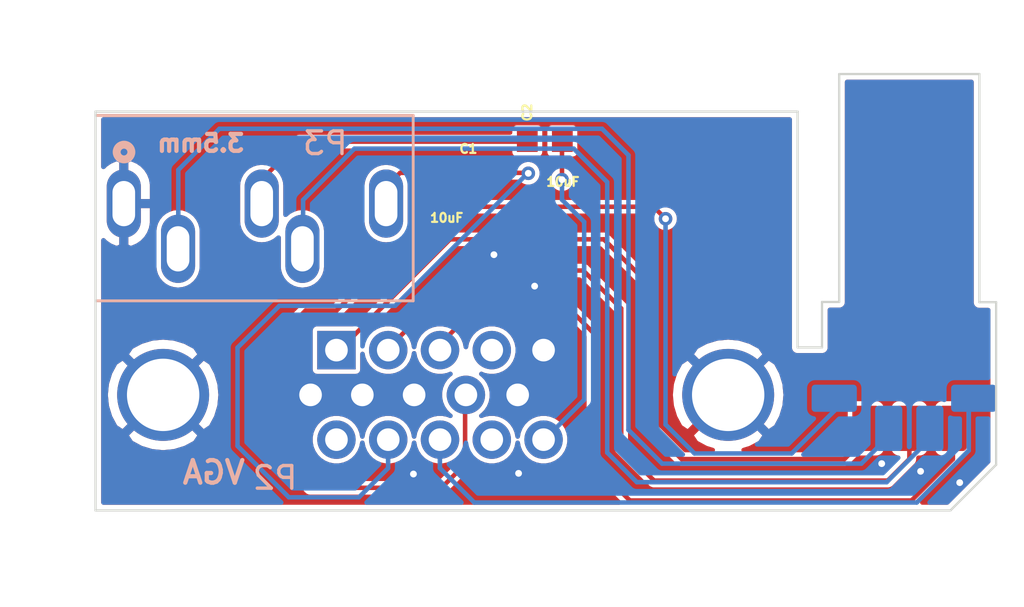
<source format=kicad_pcb>
(kicad_pcb (version 20171130) (host pcbnew "(5.1.8-0-10_14)")

  (general
    (thickness 1.6002)
    (drawings 26)
    (tracks 97)
    (zones 0)
    (modules 6)
    (nets 13)
  )

  (page USLetter)
  (title_block
    (rev 1)
  )

  (layers
    (0 Front signal)
    (31 Back signal)
    (34 B.Paste user)
    (35 F.Paste user)
    (36 B.SilkS user)
    (37 F.SilkS user)
    (38 B.Mask user)
    (39 F.Mask user)
    (42 Eco1.User user hide)
    (43 Eco2.User user hide)
    (44 Edge.Cuts user)
    (45 Margin user)
    (46 B.CrtYd user)
    (47 F.CrtYd user)
    (49 F.Fab user)
  )

  (setup
    (last_trace_width 0.2)
    (user_trace_width 0.254)
    (user_trace_width 0.508)
    (user_trace_width 0.762)
    (trace_clearance 0.16)
    (zone_clearance 0.2)
    (zone_45_only no)
    (trace_min 0.1524)
    (via_size 0.6)
    (via_drill 0.3)
    (via_min_size 0.508)
    (via_min_drill 0.254)
    (user_via 0.6 0.3)
    (user_via 0.6858 0.3302)
    (user_via 0.889 0.381)
    (uvia_size 0.6858)
    (uvia_drill 0.254)
    (uvias_allowed no)
    (uvia_min_size 0)
    (uvia_min_drill 0)
    (edge_width 0.1)
    (segment_width 0.254)
    (pcb_text_width 0.3048)
    (pcb_text_size 1.524 1.524)
    (mod_edge_width 0.127)
    (mod_text_size 0.762 0.762)
    (mod_text_width 0.127)
    (pad_size 1.524 1.524)
    (pad_drill 0.762)
    (pad_to_mask_clearance 0.0508)
    (aux_axis_origin 0 0)
    (visible_elements FFFFFF7F)
    (pcbplotparams
      (layerselection 0x010fc_ffffffff)
      (usegerberextensions false)
      (usegerberattributes false)
      (usegerberadvancedattributes false)
      (creategerberjobfile false)
      (excludeedgelayer true)
      (linewidth 0.152400)
      (plotframeref false)
      (viasonmask false)
      (mode 1)
      (useauxorigin false)
      (hpglpennumber 1)
      (hpglpenspeed 20)
      (hpglpendiameter 15.000000)
      (psnegative false)
      (psa4output false)
      (plotreference true)
      (plotvalue false)
      (plotinvisibletext false)
      (padsonsilk false)
      (subtractmaskfromsilk true)
      (outputformat 1)
      (mirror false)
      (drillshape 0)
      (scaleselection 1)
      (outputdirectory "./gerbers"))
  )

  (net 0 "")
  (net 1 /Audio_L_VGA)
  (net 2 "Net-(C2-Pad2)")
  (net 3 /Audio_R_VGA)
  (net 4 /RED)
  (net 5 /GREEN)
  (net 6 /BLUE)
  (net 7 /Audio_R_to_Jack)
  (net 8 /SYNC)
  (net 9 /Audio_L_to_Jack)
  (net 10 /Audio_L_to_VGA)
  (net 11 GND)
  (net 12 /+5V)

  (net_class Default "This is the default net class."
    (clearance 0.16)
    (trace_width 0.2)
    (via_dia 0.6)
    (via_drill 0.3)
    (uvia_dia 0.6858)
    (uvia_drill 0.254)
    (diff_pair_width 0.1524)
    (diff_pair_gap 0.1524)
    (add_net /+5V)
    (add_net /Audio_L_VGA)
    (add_net /Audio_L_to_Jack)
    (add_net /Audio_L_to_VGA)
    (add_net /Audio_R_VGA)
    (add_net /Audio_R_to_Jack)
    (add_net /BLUE)
    (add_net /GREEN)
    (add_net /RED)
    (add_net /SYNC)
    (add_net GND)
    (add_net "Net-(C2-Pad2)")
  )

  (module 8DIN2VGA:outline_mid_pcb locked (layer Front) (tedit 61240909) (tstamp 6124423B)
    (at 138.97 104.8)
    (fp_text reference G*** (at 0 0) (layer F.SilkS) hide
      (effects (font (size 1.524 1.524) (thickness 0.3)))
    )
    (fp_text value LOGO (at 0.75 0) (layer F.SilkS) hide
      (effects (font (size 1.524 1.524) (thickness 0.3)))
    )
    (fp_poly (pts (xy 19.121971 0.498256) (xy 19.487358 0.501168) (xy 19.852746 0.50408) (xy 19.85835 4.055238)
      (xy 19.863954 7.606397) (xy 18.861929 8.608603) (xy 17.859904 9.61081) (xy -19.863818 9.61081)
      (xy -19.863818 4.553523) (xy -18.301311 4.553523) (xy -18.29515 4.619555) (xy -18.280676 4.703269)
      (xy -18.268507 4.765639) (xy -18.240662 4.89014) (xy -18.208297 4.991878) (xy -18.163803 5.091227)
      (xy -18.10964 5.190982) (xy -18.059298 5.27699) (xy -18.014528 5.34927) (xy -17.981212 5.39855)
      (xy -17.967873 5.414385) (xy -17.939443 5.437808) (xy -17.886283 5.481737) (xy -17.817768 5.538423)
      (xy -17.784308 5.566125) (xy -17.655802 5.660952) (xy -17.521799 5.733059) (xy -17.43374 5.769391)
      (xy -17.344217 5.801974) (xy -17.271383 5.823357) (xy -17.200722 5.835953) (xy -17.117719 5.842177)
      (xy -17.00786 5.844444) (xy -16.981368 5.844635) (xy -16.86659 5.844481) (xy -16.781687 5.840793)
      (xy -16.712257 5.831185) (xy -16.643901 5.813272) (xy -16.562218 5.784669) (xy -16.517707 5.767839)
      (xy -16.347728 5.691595) (xy -16.217039 5.608042) (xy -16.200246 5.594312) (xy -16.1324 5.538462)
      (xy -16.069458 5.489553) (xy -16.031703 5.46268) (xy -15.997938 5.429054) (xy -15.949982 5.366084)
      (xy -15.894724 5.283378) (xy -15.848758 5.207507) (xy -15.789308 5.101164) (xy -15.74825 5.015737)
      (xy -15.719561 4.93519) (xy -15.697216 4.843487) (xy -15.682075 4.763791) (xy -15.664163 4.658795)
      (xy -15.654673 4.580726) (xy -15.653559 4.513038) (xy -15.660781 4.439186) (xy -15.676294 4.342624)
      (xy -15.680911 4.316148) (xy -15.702565 4.205271) (xy -15.726937 4.11662) (xy -15.76021 4.033418)
      (xy -15.808571 3.938889) (xy -15.841993 3.879237) (xy -15.907451 3.769789) (xy -15.966795 3.686284)
      (xy -16.031945 3.614214) (xy -16.114827 3.539074) (xy -16.136826 3.520522) (xy -16.230879 3.445881)
      (xy -16.315356 3.39021) (xy -16.40712 3.343898) (xy -16.523031 3.297333) (xy -16.5384 3.291627)
      (xy -16.641533 3.254375) (xy -16.718644 3.230475) (xy -16.785065 3.217429) (xy -16.85613 3.212737)
      (xy -16.947171 3.213901) (xy -17.003439 3.215841) (xy -17.22024 3.236715) (xy -17.410984 3.285145)
      (xy -17.587415 3.365608) (xy -17.761275 3.482579) (xy -17.813708 3.524645) (xy -17.91015 3.608397)
      (xy -17.982472 3.682675) (xy -18.043467 3.762485) (xy -18.105925 3.86283) (xy -18.114227 3.877139)
      (xy -18.170845 3.979884) (xy -18.209949 4.06603) (xy -18.238071 4.15359) (xy -18.261742 4.260571)
      (xy -18.270634 4.308428) (xy -18.288982 4.41327) (xy -18.299232 4.489865) (xy -18.301311 4.553523)
      (xy -19.863818 4.553523) (xy -19.863818 1.815867) (xy -11.183086 1.815867) (xy -11.183086 4.526751)
      (xy -11.182905 4.986049) (xy -11.182364 5.403663) (xy -11.181463 5.779336) (xy -11.180207 6.112813)
      (xy -11.178596 6.403838) (xy -11.176633 6.652154) (xy -11.17432 6.857506) (xy -11.171658 7.019638)
      (xy -11.168651 7.138293) (xy -11.165299 7.213215) (xy -11.161606 7.244149) (xy -11.160942 7.245016)
      (xy -11.137171 7.245633) (xy -11.07094 7.246196) (xy -10.964078 7.246705) (xy -10.818416 7.247159)
      (xy -10.635782 7.247557) (xy -10.418007 7.247899) (xy -10.166919 7.248185) (xy -9.884349 7.248412)
      (xy -9.572125 7.248582) (xy -9.232078 7.248693) (xy -8.866037 7.248744) (xy -8.475831 7.248736)
      (xy -8.063291 7.248667) (xy -7.630244 7.248537) (xy -7.178522 7.248345) (xy -6.709954 7.248091)
      (xy -6.226369 7.247774) (xy -5.729596 7.247393) (xy -5.264909 7.246988) (xy 0.60898 7.24158)
      (xy 0.611559 5.997324) (xy 13.787396 5.997324) (xy 13.797196 6.09363) (xy 13.84823 6.2094)
      (xy 13.926559 6.295882) (xy 14.0246 6.350224) (xy 14.134776 6.369578) (xy 14.249505 6.351092)
      (xy 14.348625 6.300976) (xy 14.43247 6.219093) (xy 14.481388 6.120113) (xy 14.49654 6.012618)
      (xy 14.490132 5.973175) (xy 14.751401 5.973175) (xy 14.756256 6.083065) (xy 14.795934 6.188144)
      (xy 14.86879 6.280301) (xy 14.969835 6.349783) (xy 15.044612 6.368488) (xy 15.138029 6.36785)
      (xy 15.229894 6.349833) (xy 15.298119 6.317839) (xy 15.386279 6.229341) (xy 15.439255 6.126375)
      (xy 15.458162 6.016931) (xy 15.458066 6.016188) (xy 15.714218 6.016188) (xy 15.721378 6.072621)
      (xy 15.767831 6.194749) (xy 15.841322 6.287166) (xy 15.9351 6.34709) (xy 16.042418 6.371739)
      (xy 16.156527 6.35833) (xy 16.270678 6.304081) (xy 16.275216 6.300976) (xy 16.361747 6.215655)
      (xy 16.412349 6.108417) (xy 16.421146 6.012819) (xy 16.678822 6.012819) (xy 16.695287 6.12022)
      (xy 16.74609 6.220368) (xy 16.832202 6.305283) (xy 16.857399 6.322) (xy 16.931285 6.359757)
      (xy 17.000214 6.372815) (xy 17.058624 6.3708) (xy 17.137508 6.355786) (xy 17.206854 6.328936)
      (xy 17.22471 6.317839) (xy 17.313885 6.22785) (xy 17.367902 6.121431) (xy 17.385814 6.008926)
      (xy 17.640224 6.008926) (xy 17.650378 6.09363) (xy 17.701471 6.209574) (xy 17.779857 6.296089)
      (xy 17.877986 6.350345) (xy 17.988304 6.369515) (xy 18.103261 6.350768) (xy 18.20254 6.300468)
      (xy 18.288196 6.215568) (xy 18.339273 6.107587) (xy 18.352245 5.98502) (xy 18.348475 5.948609)
      (xy 18.330548 5.878528) (xy 18.294218 5.819393) (xy 18.238253 5.761902) (xy 18.141414 5.689239)
      (xy 18.046595 5.656182) (xy 17.943287 5.659854) (xy 17.901463 5.669762) (xy 17.797576 5.719569)
      (xy 17.715531 5.799242) (xy 17.661142 5.898967) (xy 17.640224 6.008926) (xy 17.385814 6.008926)
      (xy 17.386089 6.007199) (xy 17.367776 5.893773) (xy 17.312292 5.789772) (xy 17.269454 5.743125)
      (xy 17.173661 5.682906) (xy 17.061793 5.656205) (xy 16.949559 5.66646) (xy 16.936865 5.67032)
      (xy 16.825715 5.726916) (xy 16.745009 5.808186) (xy 16.69572 5.906147) (xy 16.678822 6.012819)
      (xy 16.421146 6.012819) (xy 16.42347 5.987565) (xy 16.420479 5.961382) (xy 16.385652 5.861297)
      (xy 16.318807 5.768547) (xy 16.231767 5.696762) (xy 16.1643 5.666029) (xy 16.054145 5.653841)
      (xy 15.948398 5.678729) (xy 15.854295 5.734051) (xy 15.779073 5.813164) (xy 15.729968 5.909424)
      (xy 15.714218 6.016188) (xy 15.458066 6.016188) (xy 15.444113 5.909001) (xy 15.398222 5.810574)
      (xy 15.321605 5.729642) (xy 15.215374 5.674197) (xy 15.208047 5.671844) (xy 15.091683 5.654826)
      (xy 14.982978 5.679837) (xy 14.878346 5.747882) (xy 14.852727 5.771422) (xy 14.78301 5.86659)
      (xy 14.751401 5.973175) (xy 14.490132 5.973175) (xy 14.479085 5.905189) (xy 14.430182 5.806408)
      (xy 14.350991 5.724856) (xy 14.2643 5.676873) (xy 14.193863 5.654248) (xy 14.133834 5.651648)
      (xy 14.064997 5.665602) (xy 13.956702 5.713632) (xy 13.870582 5.790931) (xy 13.812269 5.888495)
      (xy 13.787396 5.997324) (xy 0.611559 5.997324) (xy 0.61456 4.549847) (xy 6.730658 4.549847)
      (xy 6.73747 4.622586) (xy 6.752464 4.717297) (xy 6.759379 4.757096) (xy 6.781115 4.870167)
      (xy 6.804521 4.957804) (xy 6.835938 5.037109) (xy 6.881705 5.125187) (xy 6.921154 5.193548)
      (xy 7.062846 5.39525) (xy 7.229545 5.560645) (xy 7.422488 5.690795) (xy 7.58879 5.767308)
      (xy 7.676645 5.799616) (xy 7.747687 5.821009) (xy 7.815829 5.833763) (xy 7.894982 5.840158)
      (xy 7.999057 5.842471) (xy 8.049608 5.84276) (xy 8.164847 5.842489) (xy 8.249476 5.839129)
      (xy 8.317171 5.830329) (xy 8.381605 5.813741) (xy 8.456451 5.787015) (xy 8.520091 5.761924)
      (xy 8.741125 5.653039) (xy 8.929114 5.515515) (xy 9.086362 5.347392) (xy 9.1896 5.192989)
      (xy 9.247011 5.088423) (xy 9.286743 5.000275) (xy 9.315509 4.910163) (xy 9.340023 4.799705)
      (xy 9.347309 4.761167) (xy 9.362276 4.676562) (xy 12.467481 4.676562) (xy 12.487799 4.800228)
      (xy 12.547191 4.904655) (xy 12.643313 4.98629) (xy 12.687458 5.009885) (xy 12.747567 5.02199)
      (xy 12.830326 5.019916) (xy 12.917292 5.00601) (xy 12.990022 4.982617) (xy 13.015113 4.968224)
      (xy 13.09903 4.891569) (xy 13.146259 4.8086) (xy 13.163768 4.705559) (xy 13.164312 4.673701)
      (xy 13.144855 4.546292) (xy 13.091123 4.443394) (xy 13.007723 4.369298) (xy 12.899259 4.328294)
      (xy 12.787681 4.322911) (xy 12.66398 4.352197) (xy 12.567628 4.415045) (xy 12.501889 4.507851)
      (xy 12.470029 4.627006) (xy 12.467481 4.676562) (xy 9.362276 4.676562) (xy 9.36626 4.654046)
      (xy 9.376634 4.57548) (xy 9.378693 4.510626) (xy 9.3727 4.44464) (xy 9.358915 4.362679)
      (xy 9.354738 4.340366) (xy 9.325984 4.198941) (xy 9.299437 4.090052) (xy 9.276155 4.01758)
      (xy 9.258093 3.98605) (xy 9.240967 3.962944) (xy 9.207998 3.911378) (xy 9.165465 3.841264)
      (xy 9.152785 3.819809) (xy 9.025174 3.645654) (xy 8.862305 3.495033) (xy 8.668311 3.371238)
      (xy 8.490718 3.292713) (xy 8.382172 3.254575) (xy 8.297775 3.230469) (xy 8.220848 3.217266)
      (xy 8.134709 3.211837) (xy 8.05502 3.210985) (xy 7.949082 3.212822) (xy 7.864778 3.220451)
      (xy 7.784734 3.237041) (xy 7.691573 3.265767) (xy 7.622893 3.289882) (xy 7.456077 3.358916)
      (xy 7.328596 3.431688) (xy 7.294599 3.457167) (xy 7.221081 3.516973) (xy 7.147807 3.576568)
      (xy 7.108457 3.608563) (xy 7.064186 3.655052) (xy 7.008106 3.728888) (xy 6.948881 3.818144)
      (xy 6.915194 3.874571) (xy 6.856892 3.98178) (xy 6.81695 4.071206) (xy 6.788566 4.161514)
      (xy 6.764938 4.27137) (xy 6.759284 4.302353) (xy 6.741569 4.405842) (xy 6.732026 4.48297)
      (xy 6.730658 4.549847) (xy 0.61456 4.549847) (xy 0.614604 4.528723) (xy 0.620227 1.815867)
      (xy -11.183086 1.815867) (xy -19.863818 1.815867) (xy -19.863818 -0.973346) (xy -16.674978 -0.973346)
      (xy -16.286969 -0.979394) (xy -15.898961 -0.985441) (xy -15.897061 -1.915519) (xy -15.895161 -2.845598)
      (xy -16.285069 -2.851645) (xy -16.609079 -2.85667) (xy -11.160941 -2.85667) (xy -11.160941 -0.974368)
      (xy -10.385876 -0.974368) (xy -10.385876 -2.85667) (xy -11.160941 -2.85667) (xy -16.609079 -2.85667)
      (xy -16.674978 -2.857692) (xy -16.674978 -0.973346) (xy -19.863818 -0.973346) (xy -19.863818 -4.847688)
      (xy -19.066608 -4.847688) (xy -19.066608 -3.922304) (xy -19.066395 -3.724275) (xy -19.065785 -3.540315)
      (xy -19.064824 -3.375072) (xy -19.063559 -3.233192) (xy -19.062034 -3.119323) (xy -19.060297 -3.038112)
      (xy -19.058392 -2.994208) (xy -19.057386 -2.987693) (xy -19.033288 -2.984861) (xy -18.972371 -2.982841)
      (xy -18.882099 -2.981737) (xy -18.769939 -2.981654) (xy -18.67539 -2.982331) (xy -18.302615 -2.986195)
      (xy -18.302615 -4.056044) (xy -12.954915 -4.056044) (xy -12.954882 -3.879548) (xy -12.954477 -3.704304)
      (xy -12.953707 -3.536003) (xy -12.952574 -3.380339) (xy -12.951084 -3.243003) (xy -12.94924 -3.129688)
      (xy -12.947048 -3.046087) (xy -12.944512 -2.997891) (xy -12.942943 -2.988489) (xy -12.915973 -2.978834)
      (xy -12.862969 -2.977096) (xy -12.849295 -2.977999) (xy -12.795678 -2.980818) (xy -12.709282 -2.983474)
      (xy -12.60162 -2.985682) (xy -12.484203 -2.98716) (xy -12.473016 -2.987251) (xy -12.179599 -2.989538)
      (xy -12.179599 -3.558522) (xy -7.45886 -3.558522) (xy -7.458699 -3.391619) (xy -7.45801 -3.247599)
      (xy -7.456822 -3.131263) (xy -7.455161 -3.047412) (xy -7.453057 -3.000848) (xy -7.451952 -2.993282)
      (xy -7.425264 -2.97408) (xy -7.364314 -2.974892) (xy -7.357587 -2.975823) (xy -7.304492 -2.980377)
      (xy -7.218285 -2.984275) (xy -7.110141 -2.987145) (xy -6.991237 -2.988616) (xy -6.970052 -2.988702)
      (xy -6.665562 -2.989538) (xy -6.665562 -4.846982) (xy -6.760219 -4.861176) (xy -6.818339 -4.866001)
      (xy -6.908859 -4.868949) (xy -7.01992 -4.869814) (xy -7.139664 -4.868386) (xy -7.153288 -4.868069)
      (xy -7.4517 -4.860768) (xy -7.457486 -3.941776) (xy -7.458465 -3.743508) (xy -7.45886 -3.558522)
      (xy -12.179599 -3.558522) (xy -12.179599 -4.844894) (xy -12.235642 -4.85896) (xy -12.281771 -4.864924)
      (xy -12.357686 -4.868779) (xy -12.454116 -4.870663) (xy -12.561793 -4.870715) (xy -12.671446 -4.869072)
      (xy -12.773807 -4.865873) (xy -12.859606 -4.861256) (xy -12.919573 -4.85536) (xy -12.944395 -4.848396)
      (xy -12.947081 -4.822527) (xy -12.949366 -4.758062) (xy -12.951253 -4.660695) (xy -12.952747 -4.536117)
      (xy -12.953852 -4.390021) (xy -12.954574 -4.228099) (xy -12.954915 -4.056044) (xy -18.302615 -4.056044)
      (xy -18.302615 -4.860768) (xy -18.611464 -4.867951) (xy -18.730656 -4.869628) (xy -18.839892 -4.86917)
      (xy -18.928534 -4.866758) (xy -18.985943 -4.862576) (xy -18.99346 -4.861411) (xy -19.066608 -4.847688)
      (xy -19.863818 -4.847688) (xy -19.863818 -7.927812) (xy 11.072363 -7.927812) (xy 11.072363 2.502354)
      (xy 12.268178 2.502354) (xy 12.268178 0.509328) (xy 12.318004 0.5085) (xy 12.357476 0.507886)
      (xy 12.431754 0.506768) (xy 12.53136 0.505286) (xy 12.646815 0.503582) (xy 12.688928 0.502964)
      (xy 13.010026 0.498256) (xy 13.021194 -9.588666) (xy 19.110803 -9.588666) (xy 19.121971 0.498256)) (layer Eco1.User) (width 0.01))
  )

  (module 8DIN2VGA:CAP_SMD_0603 (layer Front) (tedit 612454CD) (tstamp 61243A50)
    (at 135.52 99.53)
    (path /61240681)
    (fp_text reference C1 (at 0.02 -1.06) (layer F.SilkS)
      (effects (font (size 0.393701 0.393701) (thickness 0.098425)))
    )
    (fp_text value 10uF (at 1.51 1.07) (layer F.Fab)
      (effects (font (size 0.393701 0.393701) (thickness 0.15)))
    )
    (fp_line (start 1.485 0.735) (end 1.485 -0.735) (layer F.CrtYd) (width 0.05))
    (fp_line (start -1.485 0.735) (end -1.485 -0.735) (layer F.CrtYd) (width 0.05))
    (fp_line (start -1.485 -0.735) (end 1.485 -0.735) (layer F.CrtYd) (width 0.05))
    (fp_line (start -1.485 0.735) (end 1.485 0.735) (layer F.CrtYd) (width 0.05))
    (fp_line (start -0.88 0.48) (end -0.88 -0.48) (layer F.Fab) (width 0.127))
    (fp_line (start 0.88 0.48) (end 0.88 -0.48) (layer F.Fab) (width 0.127))
    (fp_line (start 0.88 -0.48) (end -0.88 -0.48) (layer F.Fab) (width 0.127))
    (fp_line (start 0.88 0.48) (end -0.88 0.48) (layer F.Fab) (width 0.127))
    (pad 1 smd rect (at -0.775 0) (size 0.92 0.97) (layers Front F.Paste F.Mask)
      (net 10 /Audio_L_to_VGA))
    (pad 2 smd rect (at 0.775 0) (size 0.92 0.97) (layers Front F.Paste F.Mask)
      (net 1 /Audio_L_VGA))
    (model ${KIPRJMOD}/Materials/SMD_Cap/C0603C180K4HAC7867.step
      (offset (xyz 0 -0.435 0))
      (scale (xyz 1 1 1))
      (rotate (xyz 0 0 0))
    )
  )

  (module 8DIN2VGA:CAP_SMD_0603 (layer Front) (tedit 612454CD) (tstamp 61243A5E)
    (at 138.92 98.12)
    (path /6124112F)
    (fp_text reference C2 (at -0.775 -1.26 -90) (layer F.SilkS)
      (effects (font (size 0.393701 0.393701) (thickness 0.098425)))
    )
    (fp_text value 10uF (at 1.51 1.07) (layer F.Fab)
      (effects (font (size 0.393701 0.393701) (thickness 0.15)))
    )
    (fp_line (start 1.485 0.735) (end 1.485 -0.735) (layer F.CrtYd) (width 0.05))
    (fp_line (start -1.485 0.735) (end -1.485 -0.735) (layer F.CrtYd) (width 0.05))
    (fp_line (start -1.485 -0.735) (end 1.485 -0.735) (layer F.CrtYd) (width 0.05))
    (fp_line (start -1.485 0.735) (end 1.485 0.735) (layer F.CrtYd) (width 0.05))
    (fp_line (start -0.88 0.48) (end -0.88 -0.48) (layer F.Fab) (width 0.127))
    (fp_line (start 0.88 0.48) (end 0.88 -0.48) (layer F.Fab) (width 0.127))
    (fp_line (start 0.88 -0.48) (end -0.88 -0.48) (layer F.Fab) (width 0.127))
    (fp_line (start 0.88 0.48) (end -0.88 0.48) (layer F.Fab) (width 0.127))
    (pad 1 smd rect (at -0.775 0) (size 0.92 0.97) (layers Front F.Paste F.Mask)
      (net 3 /Audio_R_VGA))
    (pad 2 smd rect (at 0.775 0) (size 0.92 0.97) (layers Front F.Paste F.Mask)
      (net 2 "Net-(C2-Pad2)"))
    (model ${KIPRJMOD}/Materials/SMD_Cap/C0603C180K4HAC7867.step
      (offset (xyz 0 -0.435 0))
      (scale (xyz 1 1 1))
      (rotate (xyz 0 0 0))
    )
  )

  (module 8DIN2VGA:8DIN_Landing locked (layer Front) (tedit 61273542) (tstamp 61243A6A)
    (at 155.04 110.83)
    (path /61245E85)
    (fp_text reference P1 (at -1.85 5.76) (layer F.Fab)
      (effects (font (size 1 1) (thickness 0.15)))
    )
    (fp_text value 8_pin_DIN_Landing (at -10.81 5.25) (layer F.Fab)
      (effects (font (size 1 1) (thickness 0.25)))
    )
    (fp_text user G*** (at -16.34 -15.37) (layer F.Fab) hide
      (effects (font (size 1.524 1.524) (thickness 0.3)))
    )
    (fp_poly (pts (xy 3.574517 -9.727315) (xy 3.264266 -9.727315) (xy 3.269914 -7.631346) (xy 3.275563 -5.535378)
      (xy 3.465884 -5.539956) (xy 3.560978 -5.540384) (xy 3.645487 -5.537475) (xy 3.704704 -5.53183)
      (xy 3.715013 -5.529775) (xy 3.773819 -5.515016) (xy 3.773819 1.599899) (xy 2.793823 2.57971)
      (xy 1.813826 3.55952) (xy -35.931673 3.55952) (xy -35.931673 -1.467758) (xy -34.369294 -1.467758)
      (xy -34.36312 -1.406022) (xy -34.349321 -1.332216) (xy -34.348118 -1.326428) (xy -34.331726 -1.242158)
      (xy -34.319915 -1.170569) (xy -34.315137 -1.126599) (xy -34.315127 -1.125499) (xy -34.304447 -1.090455)
      (xy -34.276 -1.027465) (xy -34.235153 -0.946351) (xy -34.187273 -0.856933) (xy -34.137728 -0.769033)
      (xy -34.091883 -0.692473) (xy -34.055106 -0.637074) (xy -34.036031 -0.61476) (xy -34.007461 -0.591333)
      (xy -33.954186 -0.547395) (xy -33.8856 -0.490698) (xy -33.852163 -0.46302) (xy -33.723657 -0.368193)
      (xy -33.589654 -0.296086) (xy -33.501595 -0.259754) (xy -33.41131 -0.226923) (xy -33.337924 -0.205484)
      (xy -33.26666 -0.192963) (xy -33.182737 -0.186888) (xy -33.071377 -0.184786) (xy -33.052859 -0.184669)
      (xy -32.938374 -0.184961) (xy -32.853379 -0.188963) (xy -32.783094 -0.199125) (xy -32.712737 -0.217897)
      (xy -32.627528 -0.24773) (xy -32.591793 -0.261113) (xy -32.378997 -0.35931) (xy -32.199568 -0.482653)
      (xy -32.047358 -0.636286) (xy -31.916219 -0.825352) (xy -31.915131 -0.827203) (xy -31.856477 -0.930607)
      (xy -31.816037 -1.013917) (xy -31.787564 -1.09396) (xy -31.764811 -1.187565) (xy -31.747276 -1.279378)
      (xy -31.730501 -1.377271) (xy -31.718265 -1.45833) (xy -31.711881 -1.513139) (xy -31.711984 -1.531974)
      (xy -31.71901 -1.558139) (xy -31.731203 -1.617511) (xy -31.746475 -1.699603) (xy -31.754585 -1.745734)
      (xy -31.775013 -1.848852) (xy -31.799872 -1.933944) (xy -31.835372 -2.017277) (xy -31.88772 -2.115118)
      (xy -31.910944 -2.155411) (xy -32.042495 -2.348062) (xy -32.193329 -2.503881) (xy -32.370063 -2.628439)
      (xy -32.579314 -2.727309) (xy -32.598816 -2.734709) (xy -32.706529 -2.773294) (xy -32.790178 -2.797697)
      (xy -32.866437 -2.811112) (xy -32.951978 -2.816731) (xy -33.032372 -2.817751) (xy -33.158927 -2.814579)
      (xy -33.2604 -2.802725) (xy -33.355587 -2.779519) (xy -33.39776 -2.765901) (xy -33.513793 -2.724484)
      (xy -33.617669 -2.683915) (xy -33.702093 -2.647372) (xy -33.759775 -2.61803) (xy -33.783423 -2.599065)
      (xy -33.783635 -2.597853) (xy -33.799675 -2.577661) (xy -33.842339 -2.537621) (xy -33.903447 -2.485271)
      (xy -33.924782 -2.467783) (xy -34.008875 -2.392597) (xy -34.079383 -2.311254) (xy -34.148126 -2.209269)
      (xy -34.181189 -2.153553) (xy -34.237856 -2.050874) (xy -34.27702 -1.965122) (xy -34.305152 -1.878457)
      (xy -34.328723 -1.773041) (xy -34.33877 -1.71916) (xy -34.357449 -1.610465) (xy -34.367514 -1.531285)
      (xy -34.369294 -1.467758) (xy -35.931673 -1.467758) (xy -35.931673 -4.213278) (xy -27.250941 -4.213278)
      (xy -27.250941 -1.50424) (xy -27.250824 -1.161466) (xy -27.250484 -0.831007) (xy -27.249933 -0.515563)
      (xy -27.249188 -0.217833) (xy -27.248262 0.059482) (xy -27.24717 0.313682) (xy -27.245926 0.542069)
      (xy -27.244545 0.741942) (xy -27.243041 0.910601) (xy -27.241428 1.045348) (xy -27.239722 1.143481)
      (xy -27.237936 1.202301) (xy -27.236378 1.219361) (xy -27.213268 1.220598) (xy -27.147694 1.221767)
      (xy -27.041481 1.222866) (xy -26.896454 1.223892) (xy -26.714439 1.224841) (xy -26.49726 1.225712)
      (xy -26.246743 1.226501) (xy -25.964713 1.227206) (xy -25.652996 1.227823) (xy -25.313416 1.228349)
      (xy -24.947798 1.228783) (xy -24.557969 1.229121) (xy -24.145753 1.229359) (xy -23.712975 1.229496)
      (xy -23.261461 1.229529) (xy -22.793035 1.229454) (xy -22.309523 1.229268) (xy -21.812751 1.22897)
      (xy -21.340345 1.228588) (xy -15.458875 1.223252) (xy -15.456427 0.039609) (xy -2.271691 0.039609)
      (xy -2.252755 0.119008) (xy -2.202632 0.201713) (xy -2.131347 0.274809) (xy -2.050232 0.32484)
      (xy -1.959819 0.34217) (xy -1.85546 0.330664) (xy -1.754267 0.293063) (xy -1.71923 0.271831)
      (xy -1.657727 0.21395) (xy -1.604756 0.137878) (xy -1.57049 0.060282) (xy -1.567235 0.040845)
      (xy -1.318953 0.040845) (xy -1.310632 0.075965) (xy -1.287359 0.125362) (xy -1.275452 0.148697)
      (xy -1.203871 0.244208) (xy -1.106536 0.310405) (xy -0.994004 0.341288) (xy -0.935822 0.341655)
      (xy -0.856939 0.32664) (xy -0.787592 0.299791) (xy -0.769736 0.288693) (xy -0.704928 0.227835)
      (xy -0.650866 0.154275) (xy -0.617213 0.082754) (xy -0.610837 0.046307) (xy -0.610837 0.039609)
      (xy -0.3451 0.039609) (xy -0.326205 0.118924) (xy -0.276334 0.201384) (xy -0.205711 0.273876)
      (xy -0.124558 0.323289) (xy -0.123641 0.323657) (xy -0.00878 0.346045) (xy 0.114049 0.3251)
      (xy 0.118553 0.323556) (xy 0.187063 0.290064) (xy 0.243454 0.249231) (xy 0.284842 0.198262)
      (xy 0.324854 0.129638) (xy 0.354114 0.06148) (xy 0.35849 0.040845) (xy 0.607638 0.040845)
      (xy 0.615959 0.075965) (xy 0.639232 0.125362) (xy 0.651139 0.148697) (xy 0.711241 0.228295)
      (xy 0.796611 0.294553) (xy 0.89178 0.33747) (xy 0.959984 0.348326) (xy 1.027496 0.338472)
      (xy 1.10599 0.313503) (xy 1.132346 0.301912) (xy 1.212673 0.244648) (xy 1.275693 0.165368)
      (xy 1.31133 0.078493) (xy 1.31573 0.039609) (xy 1.581491 0.039609) (xy 1.600427 0.119008)
      (xy 1.65055 0.201713) (xy 1.721835 0.274809) (xy 1.80295 0.32484) (xy 1.893363 0.34217)
      (xy 1.997722 0.330664) (xy 2.098915 0.293063) (xy 2.133952 0.271831) (xy 2.195455 0.21395)
      (xy 2.248426 0.137878) (xy 2.282693 0.060282) (xy 2.290122 0.015916) (xy 2.268722 0.007529)
      (xy 2.20744 0.000962) (xy 2.11066 -0.003518) (xy 1.982764 -0.005642) (xy 1.935807 -0.00578)
      (xy 1.803373 -0.005542) (xy 1.708847 -0.004282) (xy 1.64585 -0.001183) (xy 1.608001 0.004573)
      (xy 1.588919 0.013802) (xy 1.582224 0.027322) (xy 1.581491 0.039609) (xy 1.31573 0.039609)
      (xy 1.315755 0.039391) (xy 1.313854 0.022506) (xy 1.303899 0.010454) (xy 1.279512 0.002422)
      (xy 1.234312 -0.002404) (xy 1.161921 -0.004836) (xy 1.055959 -0.005688) (xy 0.961439 -0.00578)
      (xy 0.82166 -0.005538) (xy 0.72128 -0.003188) (xy 0.655409 0.003703) (xy 0.619158 0.017569)
      (xy 0.607638 0.040845) (xy 0.35849 0.040845) (xy 0.363531 0.017076) (xy 0.341734 0.00754)
      (xy 0.277609 0.000474) (xy 0.173054 -0.003999) (xy 0.029968 -0.005758) (xy 0.009216 -0.00578)
      (xy -0.123218 -0.005542) (xy -0.217744 -0.004282) (xy -0.280741 -0.001183) (xy -0.31859 0.004573)
      (xy -0.337672 0.013802) (xy -0.344367 0.027322) (xy -0.3451 0.039609) (xy -0.610837 0.039609)
      (xy -0.610837 -0.00578) (xy -0.965152 -0.00578) (xy -1.104931 -0.005538) (xy -1.205312 -0.003188)
      (xy -1.271182 0.003703) (xy -1.307433 0.017569) (xy -1.318953 0.040845) (xy -1.567235 0.040845)
      (xy -1.56306 0.015916) (xy -1.584461 0.007529) (xy -1.645742 0.000962) (xy -1.742522 -0.003518)
      (xy -1.870418 -0.005642) (xy -1.917375 -0.00578) (xy -2.049809 -0.005542) (xy -2.144335 -0.004282)
      (xy -2.207332 -0.001183) (xy -2.245181 0.004573) (xy -2.264263 0.013802) (xy -2.270958 0.027322)
      (xy -2.271691 0.039609) (xy -15.456427 0.039609) (xy -15.453275 -1.483525) (xy -9.34579 -1.483525)
      (xy -9.345483 -1.46499) (xy -9.33845 -1.438421) (xy -9.326654 -1.378629) (xy -9.312107 -1.296162)
      (xy -9.30444 -1.249778) (xy -9.286027 -1.149794) (xy -9.263959 -1.068916) (xy -9.232325 -0.991558)
      (xy -9.185212 -0.902132) (xy -9.148509 -0.838668) (xy -9.007103 -0.636573) (xy -8.84183 -0.471309)
      (xy -8.650825 -0.34127) (xy -8.479065 -0.261837) (xy -8.389073 -0.228877) (xy -8.315925 -0.207217)
      (xy -8.245065 -0.194392) (xy -8.161931 -0.18794) (xy -8.051967 -0.185399) (xy -8.025683 -0.185145)
      (xy -7.9111 -0.184998) (xy -7.826464 -0.188419) (xy -7.757447 -0.197755) (xy -7.689722 -0.215353)
      (xy -7.608963 -0.243561) (xy -7.562897 -0.260972) (xy -7.420611 -0.323614) (xy -7.287786 -0.401498)
      (xy -7.152142 -0.502563) (xy -7.041682 -0.597888) (xy -7.006906 -0.63844) (xy -6.958695 -0.706537)
      (xy -6.904822 -0.790844) (xy -6.875316 -0.840498) (xy -6.818163 -0.944911) (xy -6.778723 -1.034203)
      (xy -6.750086 -1.127322) (xy -6.72534 -1.243218) (xy -6.722143 -1.260426) (xy -6.705363 -1.356473)
      (xy -6.704929 -1.35986) (xy -3.599902 -1.35986) (xy -3.590848 -1.264299) (xy -3.564244 -1.188279)
      (xy -3.561733 -1.184208) (xy -3.504501 -1.113795) (xy -3.434319 -1.053311) (xy -3.364984 -1.013454)
      (xy -3.329102 -1.003849) (xy -3.323507 -1.024216) (xy -3.318717 -1.081518) (xy -3.315075 -1.168401)
      (xy -3.312926 -1.277513) (xy -3.312493 -1.358101) (xy -3.312493 -1.713909) (xy -3.362319 -1.698232)
      (xy -3.440246 -1.65768) (xy -3.516505 -1.592096) (xy -3.564685 -1.53035) (xy -3.591237 -1.455148)
      (xy -3.599902 -1.35986) (xy -6.704929 -1.35986) (xy -6.695453 -1.433784) (xy -6.692838 -1.503912)
      (xy -6.697943 -1.578409) (xy -6.711191 -1.668827) (xy -6.733006 -1.786719) (xy -6.743421 -1.840058)
      (xy -6.769685 -1.925425) (xy -6.817423 -2.033716) (xy -6.88119 -2.152682) (xy -6.886151 -2.161156)
      (xy -7.020349 -2.354661) (xy -7.175449 -2.511489) (xy -7.35722 -2.636445) (xy -7.571436 -2.734334)
      (xy -7.577137 -2.736433) (xy -7.685785 -2.774597) (xy -7.770273 -2.798712) (xy -7.847262 -2.811911)
      (xy -7.933413 -2.817324) (xy -8.011853 -2.81816) (xy -8.11817 -2.816281) (xy -8.202615 -2.808487)
      (xy -8.282854 -2.791546) (xy -8.37655 -2.762226) (xy -8.439527 -2.739904) (xy -8.560226 -2.694038)
      (xy -8.651668 -2.652811) (xy -8.727254 -2.608967) (xy -8.800389 -2.555248) (xy -8.838464 -2.523903)
      (xy -8.935015 -2.439459) (xy -9.007115 -2.366921) (xy -9.066406 -2.292528) (xy -9.12453 -2.20252)
      (xy -9.156269 -2.148273) (xy -9.211092 -2.047885) (xy -9.249411 -1.962269) (xy -9.277467 -1.873982)
      (xy -9.301498 -1.765576) (xy -9.310673 -1.716575) (xy -9.327473 -1.61898) (xy -9.339616 -1.538134)
      (xy -9.34579 -1.483525) (xy -15.453275 -1.483525) (xy -15.453251 -1.495013) (xy -15.447628 -4.213278)
      (xy -27.250941 -4.213278) (xy -35.931673 -4.213278) (xy -35.931673 -8.885815) (xy -32.742833 -8.885815)
      (xy -32.742833 -7.002492) (xy -31.956695 -7.014586) (xy -31.950536 -7.900375) (xy -31.94948 -8.095954)
      (xy -31.949075 -8.279044) (xy -31.949288 -8.444601) (xy -31.950088 -8.587578) (xy -31.951443 -8.70293)
      (xy -31.953319 -8.785612) (xy -31.955686 -8.830579) (xy -31.956494 -8.83599) (xy -31.962108 -8.853915)
      (xy -31.973113 -8.866926) (xy -31.99582 -8.875809) (xy -32.036538 -8.881352) (xy -32.101576 -8.884342)
      (xy -32.197243 -8.885567) (xy -32.329849 -8.885814) (xy -32.355722 -8.885815) (xy -27.228796 -8.885815)
      (xy -27.228796 -7.003514) (xy -26.453731 -7.003514) (xy -26.453731 -8.885815) (xy -27.228796 -8.885815)
      (xy -32.355722 -8.885815) (xy -32.742833 -8.885815) (xy -35.931673 -8.885815) (xy -35.931673 -9.588072)
      (xy -35.130656 -9.588072) (xy -35.130619 -9.421531) (xy -35.130092 -9.277952) (xy -35.129099 -9.162115)
      (xy -35.127662 -9.078802) (xy -35.125802 -9.032792) (xy -35.124808 -9.025464) (xy -35.105207 -9.014399)
      (xy -35.053795 -9.006519) (xy -34.966984 -9.001556) (xy -34.841187 -8.999245) (xy -34.768848 -8.998999)
      (xy -34.64764 -8.999752) (xy -34.54077 -9.001828) (xy -34.456688 -9.004954) (xy -34.403843 -9.008857)
      (xy -34.39122 -9.011211) (xy -34.383289 -9.019752) (xy -34.376755 -9.04123) (xy -34.371491 -9.079409)
      (xy -34.367368 -9.138053) (xy -34.364259 -9.220926) (xy -34.362037 -9.331793) (xy -34.360574 -9.474418)
      (xy -34.359743 -9.652564) (xy -34.359699 -9.682171) (xy -29.027485 -9.682171) (xy -29.027143 -9.491671)
      (xy -29.026079 -9.308738) (xy -29.02424 -9.13856) (xy -29.023894 -9.114422) (xy -29.017116 -9.048994)
      (xy -28.99677 -9.016931) (xy -28.983766 -9.011185) (xy -28.948919 -9.007682) (xy -28.878495 -9.005133)
      (xy -28.781196 -9.003701) (xy -28.665727 -9.003548) (xy -28.601769 -9.004025) (xy -28.258526 -9.007611)
      (xy -28.258526 -9.948238) (xy -23.530627 -9.948238) (xy -23.530346 -9.710553) (xy -23.52944 -9.51391)
      (xy -23.527811 -9.355065) (xy -23.525365 -9.230773) (xy -23.522005 -9.137791) (xy -23.517636 -9.072874)
      (xy -23.51216 -9.032778) (xy -23.505484 -9.014258) (xy -23.502946 -9.012309) (xy -23.466505 -9.007086)
      (xy -23.395946 -9.00308) (xy -23.301425 -9.000337) (xy -23.193099 -8.998903) (xy -23.081124 -8.998821)
      (xy -22.975655 -9.000138) (xy -22.886849 -9.002898) (xy -22.824863 -9.007147) (xy -22.810092 -9.009228)
      (xy -22.733417 -9.023613) (xy -22.733417 -10.873304) (xy -22.802619 -10.887145) (xy -22.853205 -10.892789)
      (xy -22.934173 -10.896919) (xy -23.035341 -10.899529) (xy -23.146525 -10.900612) (xy -23.257543 -10.900162)
      (xy -23.35821 -10.898175) (xy -23.438345 -10.894644) (xy -23.487764 -10.889563) (xy -23.495599 -10.887544)
      (xy -23.504249 -10.880445) (xy -23.511366 -10.863804) (xy -23.517096 -10.833707) (xy -23.521585 -10.786241)
      (xy -23.524979 -10.717493) (xy -23.527423 -10.623548) (xy -23.529064 -10.500493) (xy -23.530047 -10.344415)
      (xy -23.530519 -10.1514) (xy -23.530627 -9.948238) (xy -28.258526 -9.948238) (xy -28.258526 -10.889913)
      (xy -28.62224 -10.896016) (xy -28.747606 -10.8969) (xy -28.856259 -10.895339) (xy -28.940622 -10.891618)
      (xy -28.993117 -10.886019) (xy -29.006464 -10.881609) (xy -29.010328 -10.85635) (xy -29.013929 -10.791989)
      (xy -29.017216 -10.69371) (xy -29.020138 -10.5667) (xy -29.022644 -10.416143) (xy -29.024683 -10.247226)
      (xy -29.026204 -10.065135) (xy -29.027155 -9.875054) (xy -29.027485 -9.682171) (xy -34.359699 -9.682171)
      (xy -34.359417 -9.869998) (xy -34.359398 -9.950709) (xy -34.359398 -10.877997) (xy -34.412045 -10.89121)
      (xy -34.452345 -10.895429) (xy -34.527506 -10.89808) (xy -34.628121 -10.899018) (xy -34.744783 -10.898096)
      (xy -34.794041 -10.897168) (xy -35.123391 -10.889913) (xy -35.129177 -9.970921) (xy -35.130183 -9.772795)
      (xy -35.130656 -9.588072) (xy -35.931673 -9.588072) (xy -35.931673 -13.956957) (xy -4.995492 -13.956957)
      (xy -4.995492 -3.526792) (xy -3.799677 -3.526792) (xy -3.799677 -4.523304) (xy -3.799428 -4.769523)
      (xy -3.798622 -4.9746) (xy -3.797172 -5.14168) (xy -3.794991 -5.273907) (xy -3.791992 -5.374426)
      (xy -3.788088 -5.446382) (xy -3.783192 -5.492919) (xy -3.777217 -5.517183) (xy -3.771996 -5.522654)
      (xy -3.693026 -5.528384) (xy -3.572576 -5.533579) (xy -3.439825 -5.537538) (xy -3.268204 -5.541962)
      (xy -3.268204 -9.727315) (xy -3.551433 -9.727315) (xy -3.562522 -9.82143) (xy -3.56378 -9.854085)
      (xy -3.564963 -9.928352) (xy -3.566073 -10.041653) (xy -3.567108 -10.191412) (xy -3.568069 -10.375049)
      (xy -3.568956 -10.589988) (xy -3.569768 -10.83365) (xy -3.570506 -11.103458) (xy -3.571169 -11.396835)
      (xy -3.571757 -11.711202) (xy -3.572271 -12.043981) (xy -3.572709 -12.392596) (xy -3.573073 -12.754469)
      (xy -3.573361 -13.127021) (xy -3.573574 -13.507675) (xy -3.573712 -13.893853) (xy -3.573775 -14.282978)
      (xy -3.573762 -14.672472) (xy -3.573674 -15.059757) (xy -3.573511 -15.442256) (xy -3.573271 -15.817391)
      (xy -3.572956 -16.182583) (xy -3.572565 -16.535256) (xy -3.572098 -16.872832) (xy -3.571555 -17.192732)
      (xy -3.570936 -17.49238) (xy -3.570241 -17.769197) (xy -3.569469 -18.020607) (xy -3.568622 -18.24403)
      (xy -3.567697 -18.43689) (xy -3.566697 -18.596609) (xy -3.565619 -18.720609) (xy -3.564465 -18.806312)
      (xy -3.563235 -18.851141) (xy -3.562818 -18.856478) (xy -3.551239 -18.93952) (xy 3.574517 -18.93952)
      (xy 3.574517 -9.727315)) (layer Eco2.User) (width 0.01))
    (pad 3 smd roundrect (at 2.85 -1.33 270) (size 1.2 2) (layers Back B.Mask) (roundrect_rratio 0.125)
      (net 8 /SYNC) (zone_connect 2))
    (pad 5 smd roundrect (at -3.32 -1.33 270) (size 1.2 2) (layers Back B.Mask) (roundrect_rratio 0.125)
      (net 12 /+5V) (zone_connect 2))
    (pad 1 smd roundrect (at 0.91 0 180) (size 1.2 2) (layers Back B.Mask) (roundrect_rratio 0.125)
      (net 7 /Audio_R_to_Jack) (zone_connect 2))
    (pad 2 smd roundrect (at -0.91 0 180) (size 1.2 2) (layers Back B.Mask) (roundrect_rratio 0.125)
      (net 9 /Audio_L_to_Jack) (zone_connect 2))
    (pad 6 smd roundrect (at 1.928 0 180) (size 1.2 2) (layers Front F.Mask) (roundrect_rratio 0.125)
      (net 6 /BLUE) (zone_connect 2))
    (pad 7 smd roundrect (at 0.004 0 180) (size 1.2 2) (layers Front F.Mask) (roundrect_rratio 0.125)
      (net 5 /GREEN) (zone_connect 2))
    (pad 8 smd roundrect (at -1.92 0 180) (size 1.2 2) (layers Front F.Mask) (roundrect_rratio 0.125)
      (net 4 /RED) (zone_connect 2))
    (model ${KIPRJMOD}/8DIN2VGA_Top/8DIN2VGA_Top.step
      (offset (xyz 0 9.5 0))
      (scale (xyz 1 1 1))
      (rotate (xyz 0 0 0))
    )
    (model ${KIPRJMOD}/8DIN2VGA_Bottom/8DIN2VGA_Bottom.step
      (offset (xyz 0 9.4 -2.5))
      (scale (xyz 1 1 1))
      (rotate (xyz 0 0 0))
    )
    (model "${KIPRJMOD}/Materials/Mini DIN 8 pin.step"
      (offset (xyz 0 24 -0.45))
      (scale (xyz 1 1 1))
      (rotate (xyz -90 0 0))
    )
  )

  (module 8DIN2VGA:VGA_female_rightangle_slim (layer Back) (tedit 61245497) (tstamp 61243A86)
    (at 147.03 109.35 180)
    (path /6123EE9C)
    (fp_text reference P2 (at 20.04 -3.67) (layer B.SilkS)
      (effects (font (size 1 1) (thickness 0.15)) (justify mirror))
    )
    (fp_text value VGA (at -13 10.37) (layer B.Fab)
      (effects (font (size 1 1) (thickness 0.15)) (justify mirror))
    )
    (fp_line (start 7.28 -9.33) (end 7.28 -5.04) (layer Dwgs.User) (width 0.12))
    (fp_line (start 19.33 -9.33) (end 7.28 -9.33) (layer Dwgs.User) (width 0.12))
    (fp_line (start 19.33 -5.08) (end 19.33 -9.33) (layer Dwgs.User) (width 0.12))
    (fp_line (start 27.895 3.91) (end 27.895 -5.06) (layer Dwgs.User) (width 0.12))
    (fp_line (start -2.905 3.91) (end -2.905 -5.06) (layer Dwgs.User) (width 0.12))
    (fp_line (start -2.905 3.91) (end 27.895 3.91) (layer Dwgs.User) (width 0.12))
    (fp_line (start -2.905 -5.06) (end 27.895 -5.06) (layer Dwgs.User) (width 0.12))
    (pad 15 thru_hole circle (at 8.165 -1.98) (size 1.7 1.7) (drill 1) (layers *.Cu *.Mask)
      (net 2 "Net-(C2-Pad2)") (zone_connect 2))
    (pad 14 thru_hole circle (at 10.455 -1.98) (size 1.7 1.7) (drill 1) (layers *.Cu *.Mask)
      (zone_connect 2))
    (pad 13 thru_hole circle (at 12.745 -1.98) (size 1.7 1.7) (drill 1) (layers *.Cu *.Mask)
      (net 8 /SYNC) (zone_connect 2))
    (pad 12 thru_hole circle (at 15.035 -1.98) (size 1.7 1.7) (drill 1) (layers *.Cu *.Mask)
      (net 1 /Audio_L_VGA) (zone_connect 2))
    (pad 11 thru_hole circle (at 17.325 -1.98) (size 1.7 1.7) (drill 1) (layers *.Cu *.Mask)
      (zone_connect 2))
    (pad 10 thru_hole circle (at 9.31 0) (size 1.7 1.7) (drill 1) (layers *.Cu *.Mask)
      (net 11 GND) (zone_connect 2))
    (pad 9 thru_hole circle (at 11.6 0) (size 1.7 1.7) (drill 1) (layers *.Cu *.Mask)
      (net 12 /+5V) (zone_connect 2))
    (pad 8 thru_hole circle (at 13.89 0) (size 1.7 1.7) (drill 1) (layers *.Cu *.Mask)
      (net 11 GND) (zone_connect 2))
    (pad 7 thru_hole circle (at 16.18 0) (size 1.7 1.7) (drill 1) (layers *.Cu *.Mask)
      (net 11 GND) (zone_connect 2))
    (pad 6 thru_hole circle (at 18.47 0) (size 1.7 1.7) (drill 1) (layers *.Cu *.Mask)
      (net 11 GND) (zone_connect 2))
    (pad 5 thru_hole circle (at 8.165 1.98) (size 1.7 1.7) (drill 1) (layers *.Cu *.Mask)
      (net 11 GND) (zone_connect 2))
    (pad 4 thru_hole circle (at 10.455 1.98) (size 1.7 1.7) (drill 1) (layers *.Cu *.Mask)
      (zone_connect 2))
    (pad 3 thru_hole circle (at 12.745 1.98) (size 1.7 1.7) (drill 1) (layers *.Cu *.Mask)
      (net 6 /BLUE) (zone_connect 2))
    (pad 2 thru_hole circle (at 15.035 1.98) (size 1.7 1.7) (drill 1) (layers *.Cu *.Mask)
      (net 5 /GREEN) (zone_connect 2))
    (pad S1 thru_hole circle (at 0 0 180) (size 4.066 4.066) (drill 3.2) (layers *.Cu *.Mask)
      (net 11 GND) (zone_connect 1))
    (pad S2 thru_hole circle (at 24.99 0 180) (size 4.066 4.066) (drill 3.2) (layers *.Cu *.Mask)
      (net 11 GND) (zone_connect 1))
    (pad 1 thru_hole rect (at 17.325 1.98) (size 1.7 1.7) (drill 1) (layers *.Cu *.Mask)
      (net 4 /RED) (zone_connect 2))
    (model "${KIPRJMOD}/Materials/VGA Female Slim.step"
      (offset (xyz -2.9 -5.05 0))
      (scale (xyz 1 1 1))
      (rotate (xyz 0 0 0))
    )
  )

  (module 8DIN2VGA:3.5mm_vertical (layer Back) (tedit 612526C1) (tstamp 612528B1)
    (at 120.3 100.89)
    (path /612425E5)
    (fp_text reference P3 (at 8.91 -2.67) (layer B.SilkS)
      (effects (font (size 1.001331 1.001331) (thickness 0.15)) (justify mirror))
    )
    (fp_text value 3.5mm_vertical (at 7.013295 -4.865505) (layer B.Fab)
      (effects (font (size 1.001756 1.001756) (thickness 0.15)) (justify mirror))
    )
    (fp_line (start 12.8 -3.9) (end -1.2 -3.9) (layer B.Fab) (width 0.127))
    (fp_line (start -1.2 -3.9) (end -1.2 0.1) (layer B.Fab) (width 0.127))
    (fp_line (start -1.2 0.1) (end -5.2 0.1) (layer B.Fab) (width 0.127))
    (fp_line (start -5.2 0.1) (end -5.2 3.7) (layer B.Fab) (width 0.127))
    (fp_line (start -5.2 3.7) (end -1.2 3.7) (layer B.Fab) (width 0.127))
    (fp_line (start -1.2 3.7) (end -1.2 4.3) (layer B.Fab) (width 0.127))
    (fp_line (start -1.2 4.3) (end 12.8 4.3) (layer B.Fab) (width 0.127))
    (fp_line (start 12.8 4.3) (end 12.8 -3.9) (layer B.Fab) (width 0.127))
    (fp_line (start -1.2 4.3) (end 12.8 4.3) (layer B.SilkS) (width 0.127))
    (fp_line (start 12.8 4.3) (end 12.8 -3.9) (layer B.SilkS) (width 0.127))
    (fp_line (start 12.8 -3.9) (end -1.2 -3.9) (layer B.SilkS) (width 0.127))
    (fp_circle (center 0.01 -2.28) (end 0.16 -2.28) (layer B.SilkS) (width 0.35))
    (fp_line (start -1.45 4.55) (end 13.05 4.55) (layer B.CrtYd) (width 0.05))
    (fp_line (start 13.05 4.55) (end 13.05 -4.15) (layer B.CrtYd) (width 0.05))
    (fp_line (start 13.05 -4.15) (end -1.45 -4.15) (layer B.CrtYd) (width 0.05))
    (fp_line (start -1.45 -4.15) (end -1.45 -0.15) (layer B.CrtYd) (width 0.05))
    (fp_line (start -1.45 -0.15) (end -5.45 -0.15) (layer B.CrtYd) (width 0.05))
    (fp_line (start -5.45 -0.15) (end -5.45 3.95) (layer B.CrtYd) (width 0.05))
    (fp_line (start -5.45 3.95) (end -1.45 3.95) (layer B.CrtYd) (width 0.05))
    (fp_line (start -1.45 3.95) (end -1.45 4.55) (layer B.CrtYd) (width 0.05))
    (pad 1 thru_hole oval (at 0 0) (size 1.508 3.016) (drill oval 1 2) (layers *.Cu *.Mask)
      (net 11 GND))
    (pad 2 thru_hole oval (at 2.4 2) (size 1.508 3.016) (drill oval 1 2) (layers *.Cu *.Mask)
      (net 9 /Audio_L_to_Jack))
    (pad 5 thru_hole oval (at 6.1 0) (size 1.508 3.016) (drill oval 1 2) (layers *.Cu *.Mask)
      (net 3 /Audio_R_VGA))
    (pad 3 thru_hole oval (at 7.9 2) (size 1.508 3.016) (drill oval 1 2) (layers *.Cu *.Mask)
      (net 7 /Audio_R_to_Jack))
    (pad 4 thru_hole oval (at 11.6 0) (size 1.508 3.016) (drill oval 1 2) (layers *.Cu *.Mask)
      (net 10 /Audio_L_to_VGA))
    (model ${KIPRJMOD}/Materials/3.5MM_vertical_SJ1-3535N/3.5MM_vertical_SJ1-3535N_3D/CUI_DEVICES_SJ1-3535N.step
      (offset (xyz -5.2 0.9 6.95))
      (scale (xyz 1 1 1))
      (rotate (xyz 0 180 0))
    )
  )

  (gr_text 3.5mm (at 123.7 98.22) (layer B.SilkS)
    (effects (font (size 0.75 0.75) (thickness 0.1875)) (justify mirror))
  )
  (gr_text VGA (at 124.28 112.78) (layer B.SilkS)
    (effects (font (size 1 1) (thickness 0.1875)) (justify mirror))
  )
  (gr_text "RGBs 8Pin DIN to VGA\nJeff Chen, 2021" (at 155.11 102.27 270) (layer F.Mask)
    (effects (font (size 0.75 0.75) (thickness 0.125)))
  )
  (gr_text 10uF (at 139.72 99.93) (layer F.SilkS) (tstamp 612525F5)
    (effects (font (size 0.393701 0.393701) (thickness 0.098425)))
  )
  (gr_text 10uF (at 134.58 101.52) (layer F.SilkS)
    (effects (font (size 0.393701 0.393701) (thickness 0.098425)))
  )
  (gr_poly (pts (xy 159.8 108.48) (xy 157.28 108.48) (xy 157.28 101.71) (xy 159.8 101.71)) (layer B.Mask) (width 0.1) (tstamp 61244DB0))
  (gr_poly (pts (xy 151.28 101.81) (xy 152.89 101.79) (xy 152.89 107.9) (xy 148.89 107.9) (xy 148.89 96.01) (xy 151.28 96.01)) (layer B.Mask) (width 0.1) (tstamp 61244D9E))
  (gr_poly (pts (xy 159.8 108.48) (xy 157.28 108.48) (xy 157.28 101.71) (xy 159.8 101.71)) (layer F.Mask) (width 0.1))
  (gr_poly (pts (xy 151.28 101.81) (xy 152.89 101.79) (xy 152.89 108.43) (xy 148.89 108.43) (xy 148.89 96.01) (xy 151.28 96.01)) (layer F.Mask) (width 0.1))
  (gr_line (start 158.88 112.44) (end 156.86 114.46) (layer Edge.Cuts) (width 0.1))
  (gr_line (start 158.88 105.25) (end 158.88 112.44) (layer Edge.Cuts) (width 0.1))
  (gr_line (start 158.14 105.25) (end 158.88 105.25) (layer Edge.Cuts) (width 0.1))
  (gr_line (start 158.14 95.16) (end 158.14 105.25) (layer Edge.Cuts) (width 0.1))
  (gr_line (start 151.94 95.16) (end 158.14 95.16) (layer Edge.Cuts) (width 0.1))
  (gr_line (start 151.94 105.24) (end 151.94 95.16) (layer Edge.Cuts) (width 0.1))
  (gr_line (start 151.18 105.24) (end 151.94 105.24) (layer Edge.Cuts) (width 0.1))
  (gr_line (start 151.18 107.25) (end 151.18 105.24) (layer Edge.Cuts) (width 0.1))
  (gr_line (start 150.1 107.25) (end 151.18 107.25) (layer Edge.Cuts) (width 0.1))
  (gr_line (start 150.1 96.82) (end 150.1 107.25) (layer Edge.Cuts) (width 0.1))
  (gr_line (start 156.86 114.46) (end 119.05 114.46) (layer Edge.Cuts) (width 0.1) (tstamp 6124488D))
  (gr_line (start 119.05 96.82) (end 119.05 114.46) (layer Edge.Cuts) (width 0.1))
  (gr_line (start 150.1 96.82) (end 119.05 96.82) (layer Edge.Cuts) (width 0.1))
  (gr_line (start 147.03 105) (end 147.03 112.89) (layer F.Fab) (width 0.127))
  (gr_line (start 141.48 109.35) (end 151.86 109.35) (layer F.Fab) (width 0.127))
  (gr_line (start 120.3 92.35) (end 120.3 106.628595) (layer F.Fab) (width 0.127))
  (gr_line (start 118.28 100.89) (end 122.6 100.89) (layer F.Fab) (width 0.127))

  (via (at 138.19 99.550002) (size 0.6) (drill 0.3) (layers Front Back) (net 1))
  (segment (start 136.295 99.53) (end 138.169998 99.53) (width 0.2) (layer Front) (net 1))
  (segment (start 138.169998 99.53) (end 138.19 99.550002) (width 0.2) (layer Front) (net 1))
  (segment (start 132.3 105.41) (end 138.159998 99.550002) (width 0.2) (layer Back) (net 1))
  (segment (start 127.6 113.88) (end 125.33 111.61) (width 0.2) (layer Back) (net 1))
  (segment (start 138.159998 99.550002) (end 138.19 99.550002) (width 0.2) (layer Back) (net 1))
  (segment (start 131.99 111.32) (end 131.99 112.59) (width 0.2) (layer Back) (net 1))
  (segment (start 125.33 111.61) (end 125.33 107.26) (width 0.2) (layer Back) (net 1))
  (segment (start 130.7 113.88) (end 127.6 113.88) (width 0.2) (layer Back) (net 1))
  (segment (start 127.18 105.41) (end 132.3 105.41) (width 0.2) (layer Back) (net 1))
  (segment (start 125.33 107.26) (end 127.18 105.41) (width 0.2) (layer Back) (net 1))
  (segment (start 131.99 112.59) (end 130.7 113.88) (width 0.2) (layer Back) (net 1))
  (segment (start 139.68 99.83) (end 139.67 99.82) (width 0.2) (layer Back) (net 2) (tstamp 6127369C))
  (via (at 139.68 99.83) (size 0.6) (drill 0.3) (layers Front Back) (net 2))
  (segment (start 139.68 99.83) (end 139.68 98.39) (width 0.2) (layer Front) (net 2))
  (segment (start 139.68 100.72) (end 139.68 99.83) (width 0.2) (layer Back) (net 2))
  (segment (start 140.66 101.7) (end 139.68 100.72) (width 0.2) (layer Back) (net 2))
  (segment (start 140.66 109.57) (end 140.66 101.7) (width 0.2) (layer Back) (net 2))
  (segment (start 138.86 111.37) (end 140.66 109.57) (width 0.2) (layer Back) (net 2))
  (segment (start 137.96 98.15) (end 138.11 98.3) (width 0.2) (layer Front) (net 3))
  (segment (start 126.4 99.82) (end 128.07 98.15) (width 0.2) (layer Front) (net 3))
  (segment (start 128.07 98.15) (end 137.96 98.15) (width 0.2) (layer Front) (net 3))
  (segment (start 126.4 100.89) (end 126.4 99.82) (width 0.2) (layer Front) (net 3))
  (segment (start 129.86 107.34) (end 129.64 107.34) (width 0.2) (layer Front) (net 4))
  (segment (start 134.73 102.47) (end 129.86 107.34) (width 0.2) (layer Front) (net 4))
  (segment (start 141.53 102.47) (end 134.73 102.47) (width 0.2) (layer Front) (net 4))
  (segment (start 143.41 104.35) (end 141.53 102.47) (width 0.2) (layer Front) (net 4))
  (segment (start 144.97 112.19) (end 143.41 110.63) (width 0.2) (layer Front) (net 4))
  (segment (start 152.17 112.19) (end 144.97 112.19) (width 0.2) (layer Front) (net 4))
  (segment (start 143.41 110.63) (end 143.41 104.35) (width 0.2) (layer Front) (net 4))
  (segment (start 153.12 111.24) (end 152.17 112.19) (width 0.2) (layer Front) (net 4))
  (segment (start 153.12 110.83) (end 153.12 111.24) (width 0.2) (layer Front) (net 4))
  (segment (start 135.43 103.85) (end 132.02 107.26) (width 0.2) (layer Front) (net 5))
  (segment (start 143.75 113.14) (end 142.3 111.69) (width 0.2) (layer Front) (net 5))
  (segment (start 140.62 103.85) (end 135.43 103.85) (width 0.2) (layer Front) (net 5))
  (segment (start 142.3 105.53) (end 140.62 103.85) (width 0.2) (layer Front) (net 5))
  (segment (start 154.09 113.14) (end 143.75 113.14) (width 0.2) (layer Front) (net 5))
  (segment (start 155.044 112.186) (end 154.09 113.14) (width 0.2) (layer Front) (net 5))
  (segment (start 132.02 107.26) (end 132.02 107.34) (width 0.2) (layer Front) (net 5))
  (segment (start 142.3 111.69) (end 142.3 105.53) (width 0.2) (layer Front) (net 5))
  (segment (start 155.044 110.83) (end 155.044 112.186) (width 0.2) (layer Front) (net 5))
  (segment (start 139.69 105.23) (end 136.16 105.23) (width 0.2) (layer Front) (net 6))
  (segment (start 141.07 106.61) (end 139.69 105.23) (width 0.2) (layer Front) (net 6))
  (segment (start 156.968 112.192) (end 155.14 114.02) (width 0.2) (layer Front) (net 6))
  (segment (start 155.14 114.02) (end 142.68 114.02) (width 0.2) (layer Front) (net 6))
  (segment (start 141.07 112.41) (end 141.07 106.61) (width 0.2) (layer Front) (net 6))
  (segment (start 142.68 114.02) (end 141.07 112.41) (width 0.2) (layer Front) (net 6))
  (segment (start 134.28 107.11) (end 134.28 107.38) (width 0.2) (layer Front) (net 6))
  (segment (start 136.16 105.23) (end 134.28 107.11) (width 0.2) (layer Front) (net 6))
  (segment (start 156.968 110.83) (end 156.968 112.192) (width 0.2) (layer Front) (net 6))
  (segment (start 130.5 98.46) (end 128.23 100.73) (width 0.2) (layer Back) (net 7))
  (segment (start 128.23 100.73) (end 128.23 104.15) (width 0.2) (layer Back) (net 7))
  (segment (start 140.2 98.46) (end 130.5 98.46) (width 0.2) (layer Back) (net 7))
  (segment (start 141.68 111.9) (end 141.68 99.94) (width 0.2) (layer Back) (net 7))
  (segment (start 141.68 99.94) (end 140.2 98.46) (width 0.2) (layer Back) (net 7))
  (segment (start 155.95 111.24) (end 155.95 111.3) (width 0.2) (layer Back) (net 7))
  (segment (start 142.99 113.21) (end 141.68 111.9) (width 0.2) (layer Back) (net 7))
  (segment (start 154.04 113.21) (end 142.99 113.21) (width 0.2) (layer Back) (net 7))
  (segment (start 155.95 111.3) (end 154.04 113.21) (width 0.2) (layer Back) (net 7))
  (segment (start 134.28 112.59) (end 134.28 111.32) (width 0.2) (layer Back) (net 8))
  (segment (start 135.8 114.11) (end 134.28 112.59) (width 0.2) (layer Back) (net 8))
  (segment (start 155.37 114.11) (end 135.8 114.11) (width 0.2) (layer Back) (net 8))
  (segment (start 157.67 111.81) (end 155.37 114.11) (width 0.2) (layer Back) (net 8))
  (segment (start 157.67 109.51) (end 157.67 111.81) (width 0.2) (layer Back) (net 8))
  (segment (start 122.71 99.4) (end 122.71 101.68) (width 0.2) (layer Back) (net 9))
  (segment (start 124.53 97.58) (end 122.71 99.4) (width 0.2) (layer Back) (net 9))
  (segment (start 141.45 97.58) (end 124.53 97.58) (width 0.2) (layer Back) (net 9))
  (segment (start 142.62 98.75) (end 141.45 97.58) (width 0.2) (layer Back) (net 9))
  (segment (start 154.08 111.23) (end 152.92 112.39) (width 0.2) (layer Back) (net 9))
  (segment (start 144.11 112.39) (end 142.62 110.9) (width 0.2) (layer Back) (net 9))
  (segment (start 142.62 110.9) (end 142.62 98.75) (width 0.2) (layer Back) (net 9))
  (segment (start 152.92 112.39) (end 144.11 112.39) (width 0.2) (layer Back) (net 9))
  (segment (start 134.745 99.53) (end 132.52 99.53) (width 0.2) (layer Front) (net 10))
  (segment (start 132.52 99.53) (end 132.22 99.83) (width 0.2) (layer Front) (net 10))
  (via (at 136.67 103.15) (size 0.6) (drill 0.3) (layers Front Back) (net 11))
  (via (at 138.47 104.54) (size 0.6) (drill 0.3) (layers Front Back) (net 11))
  (via (at 155.54 112.73) (size 0.6) (drill 0.3) (layers Front Back) (net 11))
  (via (at 153.82 112.39) (size 0.6) (drill 0.3) (layers Front Back) (net 11))
  (via (at 157.27 113.23) (size 0.6) (drill 0.3) (layers Front Back) (net 11))
  (via (at 137.76 112.82) (size 0.6) (drill 0.3) (layers Front Back) (net 11))
  (via (at 133.11 112.85) (size 0.6) (drill 0.3) (layers Front Back) (net 11))
  (via (at 144.26 101.56) (size 0.6) (drill 0.3) (layers Front Back) (net 12))
  (segment (start 143.73 101.03) (end 144.26 101.56) (width 0.2) (layer Front) (net 12))
  (segment (start 134.3 101.03) (end 143.73 101.03) (width 0.2) (layer Front) (net 12))
  (segment (start 129.71 105.62) (end 134.3 101.03) (width 0.2) (layer Front) (net 12))
  (segment (start 126.58 107.38) (end 128.34 105.62) (width 0.2) (layer Front) (net 12))
  (segment (start 128.55 113.46) (end 126.58 111.49) (width 0.2) (layer Front) (net 12))
  (segment (start 135.395001 112.414999) (end 134.35 113.46) (width 0.2) (layer Front) (net 12))
  (segment (start 126.58 111.49) (end 126.58 107.38) (width 0.2) (layer Front) (net 12))
  (segment (start 128.34 105.62) (end 129.71 105.62) (width 0.2) (layer Front) (net 12))
  (segment (start 134.35 113.46) (end 128.55 113.46) (width 0.2) (layer Front) (net 12))
  (segment (start 135.395001 109.395001) (end 135.395001 112.414999) (width 0.2) (layer Front) (net 12))
  (segment (start 145.54 111.94) (end 144.26 110.66) (width 0.2) (layer Back) (net 12))
  (segment (start 149.84 111.94) (end 145.54 111.94) (width 0.2) (layer Back) (net 12))
  (segment (start 144.26 110.66) (end 144.26 101.56) (width 0.2) (layer Back) (net 12))
  (segment (start 151.72 110.06) (end 149.84 111.94) (width 0.2) (layer Back) (net 12))
  (segment (start 151.72 109.5) (end 151.72 110.06) (width 0.2) (layer Back) (net 12))

  (zone (net 11) (net_name GND) (layer Front) (tstamp 0) (hatch edge 0.508)
    (connect_pads (clearance 0.2))
    (min_thickness 0.2)
    (fill yes (arc_segments 32) (thermal_gap 0.4) (thermal_bridge_width 0.4))
    (polygon
      (pts
        (xy 160.13 115.68) (xy 117.75 115.68) (xy 117.75 94.47) (xy 160.13 94.47)
      )
    )
    (filled_polygon
      (pts
        (xy 157.790001 105.232801) (xy 157.788307 105.25) (xy 157.795065 105.318612) (xy 157.815078 105.384587) (xy 157.847578 105.44539)
        (xy 157.891315 105.498685) (xy 157.94461 105.542422) (xy 158.005413 105.574922) (xy 158.071388 105.594935) (xy 158.122811 105.6)
        (xy 158.122812 105.6) (xy 158.14 105.601693) (xy 158.157189 105.6) (xy 158.53 105.6) (xy 158.530001 112.295024)
        (xy 156.715027 114.11) (xy 155.615685 114.11) (xy 157.236948 112.488737) (xy 157.252211 112.476211) (xy 157.302197 112.415303)
        (xy 157.33934 112.345814) (xy 157.362212 112.270414) (xy 157.368 112.211647) (xy 157.368 112.211637) (xy 157.369934 112.192001)
        (xy 157.368 112.172365) (xy 157.368 112.131451) (xy 157.418 112.131451) (xy 157.506074 112.122776) (xy 157.590763 112.097086)
        (xy 157.668813 112.055368) (xy 157.737224 111.999224) (xy 157.793368 111.930813) (xy 157.835086 111.852763) (xy 157.860776 111.768074)
        (xy 157.869451 111.68) (xy 157.869451 109.98) (xy 157.860776 109.891926) (xy 157.835086 109.807237) (xy 157.793368 109.729187)
        (xy 157.737224 109.660776) (xy 157.668813 109.604632) (xy 157.590763 109.562914) (xy 157.506074 109.537224) (xy 157.418 109.528549)
        (xy 156.518 109.528549) (xy 156.429926 109.537224) (xy 156.345237 109.562914) (xy 156.267187 109.604632) (xy 156.198776 109.660776)
        (xy 156.142632 109.729187) (xy 156.100914 109.807237) (xy 156.075224 109.891926) (xy 156.066549 109.98) (xy 156.066549 111.68)
        (xy 156.075224 111.768074) (xy 156.100914 111.852763) (xy 156.142632 111.930813) (xy 156.198776 111.999224) (xy 156.267187 112.055368)
        (xy 156.345237 112.097086) (xy 156.429926 112.122776) (xy 156.467808 112.126507) (xy 154.974315 113.62) (xy 142.845686 113.62)
        (xy 141.47 112.244315) (xy 141.47 106.629647) (xy 141.471935 106.61) (xy 141.464212 106.531586) (xy 141.44134 106.456186)
        (xy 141.404197 106.386697) (xy 141.366735 106.34105) (xy 141.354211 106.325789) (xy 141.338948 106.313263) (xy 139.986737 104.961052)
        (xy 139.974211 104.945789) (xy 139.913303 104.895803) (xy 139.843814 104.85866) (xy 139.768414 104.835788) (xy 139.709647 104.83)
        (xy 139.709646 104.83) (xy 139.69 104.828065) (xy 139.670354 104.83) (xy 136.179635 104.83) (xy 136.159999 104.828066)
        (xy 136.140363 104.83) (xy 136.140353 104.83) (xy 136.081586 104.835788) (xy 136.006186 104.85866) (xy 135.936697 104.895803)
        (xy 135.875789 104.945789) (xy 135.863263 104.961052) (xy 134.570129 106.254186) (xy 134.398265 106.22) (xy 134.171735 106.22)
        (xy 133.949557 106.264194) (xy 133.740271 106.350884) (xy 133.551918 106.476737) (xy 133.391737 106.636918) (xy 133.265884 106.825271)
        (xy 133.179194 107.034557) (xy 133.14 107.231598) (xy 133.100806 107.034557) (xy 133.015961 106.829724) (xy 135.595686 104.25)
        (xy 140.454315 104.25) (xy 141.900001 105.695687) (xy 141.9 111.670354) (xy 141.898065 111.69) (xy 141.9 111.709646)
        (xy 141.905788 111.768413) (xy 141.92866 111.843813) (xy 141.965803 111.913302) (xy 142.015789 111.974211) (xy 142.031052 111.986737)
        (xy 143.453263 113.408948) (xy 143.465789 113.424211) (xy 143.48105 113.436735) (xy 143.526697 113.474197) (xy 143.596186 113.51134)
        (xy 143.671586 113.534212) (xy 143.75 113.541935) (xy 143.769647 113.54) (xy 154.070354 113.54) (xy 154.09 113.541935)
        (xy 154.109646 113.54) (xy 154.109647 113.54) (xy 154.168414 113.534212) (xy 154.243814 113.51134) (xy 154.313303 113.474197)
        (xy 154.374211 113.424211) (xy 154.386737 113.408948) (xy 155.312953 112.482733) (xy 155.328211 112.470211) (xy 155.357399 112.434646)
        (xy 155.378197 112.409303) (xy 155.41534 112.339814) (xy 155.438212 112.264414) (xy 155.445935 112.186) (xy 155.444 112.166353)
        (xy 155.444 112.131451) (xy 155.494 112.131451) (xy 155.582074 112.122776) (xy 155.666763 112.097086) (xy 155.744813 112.055368)
        (xy 155.813224 111.999224) (xy 155.869368 111.930813) (xy 155.911086 111.852763) (xy 155.936776 111.768074) (xy 155.945451 111.68)
        (xy 155.945451 109.98) (xy 155.936776 109.891926) (xy 155.911086 109.807237) (xy 155.869368 109.729187) (xy 155.813224 109.660776)
        (xy 155.744813 109.604632) (xy 155.666763 109.562914) (xy 155.582074 109.537224) (xy 155.494 109.528549) (xy 154.594 109.528549)
        (xy 154.505926 109.537224) (xy 154.421237 109.562914) (xy 154.343187 109.604632) (xy 154.274776 109.660776) (xy 154.218632 109.729187)
        (xy 154.176914 109.807237) (xy 154.151224 109.891926) (xy 154.142549 109.98) (xy 154.142549 111.68) (xy 154.151224 111.768074)
        (xy 154.176914 111.852763) (xy 154.218632 111.930813) (xy 154.274776 111.999224) (xy 154.343187 112.055368) (xy 154.421237 112.097086)
        (xy 154.505926 112.122776) (xy 154.538345 112.125969) (xy 153.924315 112.74) (xy 143.915685 112.74) (xy 142.7 111.524315)
        (xy 142.7 105.549647) (xy 142.701935 105.53) (xy 142.694212 105.451586) (xy 142.67134 105.376186) (xy 142.634197 105.306697)
        (xy 142.596735 105.261049) (xy 142.596733 105.261047) (xy 142.584211 105.245789) (xy 142.568953 105.233267) (xy 140.916737 103.581052)
        (xy 140.904211 103.565789) (xy 140.843303 103.515803) (xy 140.773814 103.47866) (xy 140.698414 103.455788) (xy 140.639647 103.45)
        (xy 140.639646 103.45) (xy 140.62 103.448065) (xy 140.600354 103.45) (xy 135.449635 103.45) (xy 135.429999 103.448066)
        (xy 135.410363 103.45) (xy 135.410353 103.45) (xy 135.351586 103.455788) (xy 135.276186 103.47866) (xy 135.206697 103.515803)
        (xy 135.206695 103.515804) (xy 135.206696 103.515804) (xy 135.161049 103.553265) (xy 135.161047 103.553267) (xy 135.145789 103.565789)
        (xy 135.133267 103.581047) (xy 132.415068 106.299247) (xy 132.330443 106.264194) (xy 132.108265 106.22) (xy 131.881735 106.22)
        (xy 131.659557 106.264194) (xy 131.450271 106.350884) (xy 131.343378 106.422308) (xy 134.895686 102.87) (xy 141.364315 102.87)
        (xy 143.010001 104.515686) (xy 143.01 110.610354) (xy 143.008065 110.63) (xy 143.01 110.649646) (xy 143.015788 110.708413)
        (xy 143.03866 110.783813) (xy 143.075803 110.853302) (xy 143.125789 110.914211) (xy 143.141052 110.926737) (xy 144.673267 112.458953)
        (xy 144.685789 112.474211) (xy 144.701047 112.486733) (xy 144.701049 112.486735) (xy 144.727707 112.508612) (xy 144.746697 112.524197)
        (xy 144.816186 112.56134) (xy 144.891586 112.584212) (xy 144.950353 112.59) (xy 144.950363 112.59) (xy 144.969999 112.591934)
        (xy 144.989635 112.59) (xy 152.150354 112.59) (xy 152.17 112.591935) (xy 152.189646 112.59) (xy 152.189647 112.59)
        (xy 152.248414 112.584212) (xy 152.323814 112.56134) (xy 152.393303 112.524197) (xy 152.454211 112.474211) (xy 152.466737 112.458948)
        (xy 152.794234 112.131451) (xy 153.57 112.131451) (xy 153.658074 112.122776) (xy 153.742763 112.097086) (xy 153.820813 112.055368)
        (xy 153.889224 111.999224) (xy 153.945368 111.930813) (xy 153.987086 111.852763) (xy 154.012776 111.768074) (xy 154.021451 111.68)
        (xy 154.021451 109.98) (xy 154.012776 109.891926) (xy 153.987086 109.807237) (xy 153.945368 109.729187) (xy 153.889224 109.660776)
        (xy 153.820813 109.604632) (xy 153.742763 109.562914) (xy 153.658074 109.537224) (xy 153.57 109.528549) (xy 152.67 109.528549)
        (xy 152.581926 109.537224) (xy 152.497237 109.562914) (xy 152.419187 109.604632) (xy 152.350776 109.660776) (xy 152.294632 109.729187)
        (xy 152.252914 109.807237) (xy 152.227224 109.891926) (xy 152.218549 109.98) (xy 152.218549 111.575766) (xy 152.004315 111.79)
        (xy 147.712318 111.79) (xy 148.004094 111.701481) (xy 148.444007 111.466344) (xy 148.669207 111.130629) (xy 147.03 109.491421)
        (xy 145.390793 111.130629) (xy 145.615993 111.466344) (xy 146.05604 111.701538) (xy 146.347692 111.79) (xy 145.135686 111.79)
        (xy 143.81 110.464315) (xy 143.81 109.350073) (xy 144.484744 109.350073) (xy 144.533665 109.846626) (xy 144.678519 110.324094)
        (xy 144.913656 110.764007) (xy 145.249371 110.989207) (xy 146.888579 109.35) (xy 147.171421 109.35) (xy 148.810629 110.989207)
        (xy 149.146344 110.764007) (xy 149.381538 110.32396) (xy 149.526363 109.846483) (xy 149.575256 109.349927) (xy 149.526335 108.853374)
        (xy 149.381481 108.375906) (xy 149.146344 107.935993) (xy 148.810629 107.710793) (xy 147.171421 109.35) (xy 146.888579 109.35)
        (xy 145.249371 107.710793) (xy 144.913656 107.935993) (xy 144.678462 108.37604) (xy 144.533637 108.853517) (xy 144.484744 109.350073)
        (xy 143.81 109.350073) (xy 143.81 107.569371) (xy 145.390793 107.569371) (xy 147.03 109.208579) (xy 148.669207 107.569371)
        (xy 148.444007 107.233656) (xy 148.00396 106.998462) (xy 147.526483 106.853637) (xy 147.029927 106.804744) (xy 146.533374 106.853665)
        (xy 146.055906 106.998519) (xy 145.615993 107.233656) (xy 145.390793 107.569371) (xy 143.81 107.569371) (xy 143.81 104.369635)
        (xy 143.811934 104.349999) (xy 143.81 104.330363) (xy 143.81 104.330353) (xy 143.804212 104.271586) (xy 143.78134 104.196186)
        (xy 143.744197 104.126697) (xy 143.694211 104.065789) (xy 143.678948 104.053263) (xy 141.826737 102.201052) (xy 141.814211 102.185789)
        (xy 141.753303 102.135803) (xy 141.683814 102.09866) (xy 141.608414 102.075788) (xy 141.549647 102.07) (xy 141.549646 102.07)
        (xy 141.53 102.068065) (xy 141.510354 102.07) (xy 134.749643 102.07) (xy 134.729999 102.068065) (xy 134.710355 102.07)
        (xy 134.710353 102.07) (xy 134.651586 102.075788) (xy 134.576186 102.09866) (xy 134.506697 102.135803) (xy 134.461049 102.173265)
        (xy 134.461047 102.173267) (xy 134.445789 102.185789) (xy 134.433267 102.201047) (xy 130.415766 106.218549) (xy 128.855 106.218549)
        (xy 128.79619 106.224341) (xy 128.73964 106.241496) (xy 128.687523 106.269353) (xy 128.641842 106.306842) (xy 128.604353 106.352523)
        (xy 128.576496 106.40464) (xy 128.559341 106.46119) (xy 128.553549 106.52) (xy 128.553549 108.22) (xy 128.559341 108.27881)
        (xy 128.576496 108.33536) (xy 128.604353 108.387477) (xy 128.641842 108.433158) (xy 128.687523 108.470647) (xy 128.73964 108.498504)
        (xy 128.79619 108.515659) (xy 128.855 108.521451) (xy 130.555 108.521451) (xy 130.61381 108.515659) (xy 130.67036 108.498504)
        (xy 130.722477 108.470647) (xy 130.768158 108.433158) (xy 130.805647 108.387477) (xy 130.833504 108.33536) (xy 130.850659 108.27881)
        (xy 130.856451 108.22) (xy 130.856451 107.540833) (xy 130.889194 107.705443) (xy 130.975884 107.914729) (xy 131.101737 108.103082)
        (xy 131.261918 108.263263) (xy 131.450271 108.389116) (xy 131.659557 108.475806) (xy 131.881735 108.52) (xy 132.108265 108.52)
        (xy 132.330443 108.475806) (xy 132.539729 108.389116) (xy 132.728082 108.263263) (xy 132.888263 108.103082) (xy 133.014116 107.914729)
        (xy 133.100806 107.705443) (xy 133.14 107.508402) (xy 133.179194 107.705443) (xy 133.265884 107.914729) (xy 133.391737 108.103082)
        (xy 133.551918 108.263263) (xy 133.740271 108.389116) (xy 133.949557 108.475806) (xy 134.171735 108.52) (xy 134.398265 108.52)
        (xy 134.620443 108.475806) (xy 134.746565 108.423564) (xy 134.696918 108.456737) (xy 134.536737 108.616918) (xy 134.410884 108.805271)
        (xy 134.324194 109.014557) (xy 134.28 109.236735) (xy 134.28 109.463265) (xy 134.324194 109.685443) (xy 134.410884 109.894729)
        (xy 134.536737 110.083082) (xy 134.696918 110.243263) (xy 134.746565 110.276436) (xy 134.620443 110.224194) (xy 134.398265 110.18)
        (xy 134.171735 110.18) (xy 133.949557 110.224194) (xy 133.740271 110.310884) (xy 133.551918 110.436737) (xy 133.391737 110.596918)
        (xy 133.265884 110.785271) (xy 133.179194 110.994557) (xy 133.14 111.191598) (xy 133.100806 110.994557) (xy 133.014116 110.785271)
        (xy 132.888263 110.596918) (xy 132.728082 110.436737) (xy 132.539729 110.310884) (xy 132.330443 110.224194) (xy 132.108265 110.18)
        (xy 131.881735 110.18) (xy 131.659557 110.224194) (xy 131.450271 110.310884) (xy 131.261918 110.436737) (xy 131.101737 110.596918)
        (xy 130.975884 110.785271) (xy 130.889194 110.994557) (xy 130.85 111.191598) (xy 130.810806 110.994557) (xy 130.724116 110.785271)
        (xy 130.598263 110.596918) (xy 130.438082 110.436737) (xy 130.249729 110.310884) (xy 130.040443 110.224194) (xy 129.818265 110.18)
        (xy 129.591735 110.18) (xy 129.369557 110.224194) (xy 129.160271 110.310884) (xy 128.971918 110.436737) (xy 128.811737 110.596918)
        (xy 128.685884 110.785271) (xy 128.599194 110.994557) (xy 128.555 111.216735) (xy 128.555 111.443265) (xy 128.599194 111.665443)
        (xy 128.685884 111.874729) (xy 128.811737 112.063082) (xy 128.971918 112.223263) (xy 129.160271 112.349116) (xy 129.369557 112.435806)
        (xy 129.591735 112.48) (xy 129.818265 112.48) (xy 130.040443 112.435806) (xy 130.249729 112.349116) (xy 130.438082 112.223263)
        (xy 130.598263 112.063082) (xy 130.724116 111.874729) (xy 130.810806 111.665443) (xy 130.85 111.468402) (xy 130.889194 111.665443)
        (xy 130.975884 111.874729) (xy 131.101737 112.063082) (xy 131.261918 112.223263) (xy 131.450271 112.349116) (xy 131.659557 112.435806)
        (xy 131.881735 112.48) (xy 132.108265 112.48) (xy 132.330443 112.435806) (xy 132.539729 112.349116) (xy 132.728082 112.223263)
        (xy 132.888263 112.063082) (xy 133.014116 111.874729) (xy 133.100806 111.665443) (xy 133.14 111.468402) (xy 133.179194 111.665443)
        (xy 133.265884 111.874729) (xy 133.391737 112.063082) (xy 133.551918 112.223263) (xy 133.740271 112.349116) (xy 133.949557 112.435806)
        (xy 134.171735 112.48) (xy 134.398265 112.48) (xy 134.620443 112.435806) (xy 134.829729 112.349116) (xy 134.995002 112.238685)
        (xy 134.995002 112.249313) (xy 134.184315 113.06) (xy 128.715685 113.06) (xy 126.98 111.324315) (xy 126.98 107.545685)
        (xy 128.505686 106.02) (xy 129.690354 106.02) (xy 129.71 106.021935) (xy 129.729646 106.02) (xy 129.729647 106.02)
        (xy 129.788414 106.014212) (xy 129.863814 105.99134) (xy 129.933303 105.954197) (xy 129.994211 105.904211) (xy 130.006737 105.888948)
        (xy 134.465686 101.43) (xy 143.564315 101.43) (xy 143.66 101.525685) (xy 143.66 101.619095) (xy 143.683058 101.735014)
        (xy 143.728287 101.844207) (xy 143.79395 101.942478) (xy 143.877522 102.02605) (xy 143.975793 102.091713) (xy 144.084986 102.136942)
        (xy 144.200905 102.16) (xy 144.319095 102.16) (xy 144.435014 102.136942) (xy 144.544207 102.091713) (xy 144.642478 102.02605)
        (xy 144.72605 101.942478) (xy 144.791713 101.844207) (xy 144.836942 101.735014) (xy 144.86 101.619095) (xy 144.86 101.500905)
        (xy 144.836942 101.384986) (xy 144.791713 101.275793) (xy 144.72605 101.177522) (xy 144.642478 101.09395) (xy 144.544207 101.028287)
        (xy 144.435014 100.983058) (xy 144.319095 100.96) (xy 144.225685 100.96) (xy 144.026737 100.761052) (xy 144.014211 100.745789)
        (xy 143.953303 100.695803) (xy 143.883814 100.65866) (xy 143.808414 100.635788) (xy 143.749647 100.63) (xy 143.749646 100.63)
        (xy 143.73 100.628065) (xy 143.710354 100.63) (xy 134.319635 100.63) (xy 134.299999 100.628066) (xy 134.280363 100.63)
        (xy 134.280353 100.63) (xy 134.221586 100.635788) (xy 134.146186 100.65866) (xy 134.076697 100.695803) (xy 134.076695 100.695804)
        (xy 134.076696 100.695804) (xy 134.031049 100.733265) (xy 134.031047 100.733267) (xy 134.015789 100.745789) (xy 134.003267 100.761047)
        (xy 132.941486 101.822828) (xy 132.954 101.695772) (xy 132.954 100.084228) (xy 132.93881 99.93) (xy 133.983549 99.93)
        (xy 133.983549 100.015) (xy 133.989341 100.07381) (xy 134.006496 100.13036) (xy 134.034353 100.182477) (xy 134.071842 100.228158)
        (xy 134.117523 100.265647) (xy 134.16964 100.293504) (xy 134.22619 100.310659) (xy 134.285 100.316451) (xy 135.205 100.316451)
        (xy 135.26381 100.310659) (xy 135.32036 100.293504) (xy 135.372477 100.265647) (xy 135.418158 100.228158) (xy 135.455647 100.182477)
        (xy 135.483504 100.13036) (xy 135.500659 100.07381) (xy 135.506451 100.015) (xy 135.506451 99.045) (xy 135.533549 99.045)
        (xy 135.533549 100.015) (xy 135.539341 100.07381) (xy 135.556496 100.13036) (xy 135.584353 100.182477) (xy 135.621842 100.228158)
        (xy 135.667523 100.265647) (xy 135.71964 100.293504) (xy 135.77619 100.310659) (xy 135.835 100.316451) (xy 136.755 100.316451)
        (xy 136.81381 100.310659) (xy 136.87036 100.293504) (xy 136.922477 100.265647) (xy 136.968158 100.228158) (xy 137.005647 100.182477)
        (xy 137.033504 100.13036) (xy 137.050659 100.07381) (xy 137.056451 100.015) (xy 137.056451 99.93) (xy 137.722293 99.93)
        (xy 137.72395 99.93248) (xy 137.807522 100.016052) (xy 137.905793 100.081715) (xy 138.014986 100.126944) (xy 138.130905 100.150002)
        (xy 138.249095 100.150002) (xy 138.365014 100.126944) (xy 138.474207 100.081715) (xy 138.572478 100.016052) (xy 138.65605 99.93248)
        (xy 138.721713 99.834209) (xy 138.766942 99.725016) (xy 138.79 99.609097) (xy 138.79 99.490907) (xy 138.766942 99.374988)
        (xy 138.721713 99.265795) (xy 138.65605 99.167524) (xy 138.572478 99.083952) (xy 138.474207 99.018289) (xy 138.365014 98.97306)
        (xy 138.249095 98.950002) (xy 138.130905 98.950002) (xy 138.014986 98.97306) (xy 137.905793 99.018289) (xy 137.807522 99.083952)
        (xy 137.761474 99.13) (xy 137.056451 99.13) (xy 137.056451 99.045) (xy 137.050659 98.98619) (xy 137.033504 98.92964)
        (xy 137.005647 98.877523) (xy 136.968158 98.831842) (xy 136.922477 98.794353) (xy 136.87036 98.766496) (xy 136.81381 98.749341)
        (xy 136.755 98.743549) (xy 135.835 98.743549) (xy 135.77619 98.749341) (xy 135.71964 98.766496) (xy 135.667523 98.794353)
        (xy 135.621842 98.831842) (xy 135.584353 98.877523) (xy 135.556496 98.92964) (xy 135.539341 98.98619) (xy 135.533549 99.045)
        (xy 135.506451 99.045) (xy 135.500659 98.98619) (xy 135.483504 98.92964) (xy 135.455647 98.877523) (xy 135.418158 98.831842)
        (xy 135.372477 98.794353) (xy 135.32036 98.766496) (xy 135.26381 98.749341) (xy 135.205 98.743549) (xy 134.285 98.743549)
        (xy 134.22619 98.749341) (xy 134.16964 98.766496) (xy 134.117523 98.794353) (xy 134.071842 98.831842) (xy 134.034353 98.877523)
        (xy 134.006496 98.92964) (xy 133.989341 98.98619) (xy 133.983549 99.045) (xy 133.983549 99.13) (xy 132.539643 99.13)
        (xy 132.519999 99.128065) (xy 132.500355 99.13) (xy 132.500353 99.13) (xy 132.441586 99.135788) (xy 132.366186 99.15866)
        (xy 132.336809 99.174362) (xy 132.305299 99.15752) (xy 132.106619 99.097251) (xy 131.9 99.076901) (xy 131.69338 99.097251)
        (xy 131.4947 99.15752) (xy 131.311596 99.255391) (xy 131.151104 99.387104) (xy 131.019391 99.547596) (xy 130.92152 99.730701)
        (xy 130.861251 99.929381) (xy 130.846 100.084229) (xy 130.846 101.695772) (xy 130.861252 101.85062) (xy 130.921521 102.0493)
        (xy 131.019392 102.232404) (xy 131.151105 102.392896) (xy 131.311597 102.524609) (xy 131.494701 102.62248) (xy 131.693381 102.682749)
        (xy 131.9 102.703099) (xy 132.078828 102.685486) (xy 129.544315 105.22) (xy 128.359646 105.22) (xy 128.34 105.218065)
        (xy 128.261586 105.225788) (xy 128.186185 105.24866) (xy 128.116697 105.285803) (xy 128.071049 105.323265) (xy 128.071047 105.323267)
        (xy 128.055789 105.335789) (xy 128.043267 105.351047) (xy 126.311048 107.083267) (xy 126.29579 107.095789) (xy 126.283268 107.111047)
        (xy 126.283265 107.11105) (xy 126.245803 107.156698) (xy 126.208661 107.226186) (xy 126.185788 107.301587) (xy 126.178065 107.38)
        (xy 126.180001 107.399656) (xy 126.18 111.470354) (xy 126.178065 111.49) (xy 126.182614 111.536186) (xy 126.185788 111.568413)
        (xy 126.20866 111.643813) (xy 126.245803 111.713302) (xy 126.295789 111.774211) (xy 126.311052 111.786737) (xy 128.253263 113.728948)
        (xy 128.265789 113.744211) (xy 128.28105 113.756735) (xy 128.326697 113.794197) (xy 128.396186 113.83134) (xy 128.471586 113.854212)
        (xy 128.55 113.861935) (xy 128.569647 113.86) (xy 134.330354 113.86) (xy 134.35 113.861935) (xy 134.369646 113.86)
        (xy 134.369647 113.86) (xy 134.428414 113.854212) (xy 134.503814 113.83134) (xy 134.573303 113.794197) (xy 134.634211 113.744211)
        (xy 134.646737 113.728948) (xy 135.663949 112.711736) (xy 135.679212 112.69921) (xy 135.729198 112.638302) (xy 135.766341 112.568813)
        (xy 135.789213 112.493413) (xy 135.795001 112.434646) (xy 135.796936 112.414999) (xy 135.795001 112.395352) (xy 135.795001 112.176346)
        (xy 135.841918 112.223263) (xy 136.030271 112.349116) (xy 136.239557 112.435806) (xy 136.461735 112.48) (xy 136.688265 112.48)
        (xy 136.910443 112.435806) (xy 137.119729 112.349116) (xy 137.308082 112.223263) (xy 137.468263 112.063082) (xy 137.594116 111.874729)
        (xy 137.680806 111.665443) (xy 137.72 111.468402) (xy 137.759194 111.665443) (xy 137.845884 111.874729) (xy 137.971737 112.063082)
        (xy 138.131918 112.223263) (xy 138.320271 112.349116) (xy 138.529557 112.435806) (xy 138.751735 112.48) (xy 138.978265 112.48)
        (xy 139.200443 112.435806) (xy 139.409729 112.349116) (xy 139.598082 112.223263) (xy 139.758263 112.063082) (xy 139.884116 111.874729)
        (xy 139.970806 111.665443) (xy 140.015 111.443265) (xy 140.015 111.216735) (xy 139.970806 110.994557) (xy 139.884116 110.785271)
        (xy 139.758263 110.596918) (xy 139.598082 110.436737) (xy 139.409729 110.310884) (xy 139.200443 110.224194) (xy 138.978265 110.18)
        (xy 138.751735 110.18) (xy 138.529557 110.224194) (xy 138.320271 110.310884) (xy 138.131918 110.436737) (xy 137.971737 110.596918)
        (xy 137.845884 110.785271) (xy 137.759194 110.994557) (xy 137.72 111.191598) (xy 137.680806 110.994557) (xy 137.594116 110.785271)
        (xy 137.468263 110.596918) (xy 137.308082 110.436737) (xy 137.119729 110.310884) (xy 136.910443 110.224194) (xy 136.688265 110.18)
        (xy 136.461735 110.18) (xy 136.239557 110.224194) (xy 136.113435 110.276436) (xy 136.163082 110.243263) (xy 136.323263 110.083082)
        (xy 136.449116 109.894729) (xy 136.535806 109.685443) (xy 136.58 109.463265) (xy 136.58 109.236735) (xy 136.535806 109.014557)
        (xy 136.449116 108.805271) (xy 136.323263 108.616918) (xy 136.163082 108.456737) (xy 136.113435 108.423564) (xy 136.239557 108.475806)
        (xy 136.461735 108.52) (xy 136.688265 108.52) (xy 136.910443 108.475806) (xy 137.119729 108.389116) (xy 137.308082 108.263263)
        (xy 137.468263 108.103082) (xy 137.594116 107.914729) (xy 137.680806 107.705443) (xy 137.725 107.483265) (xy 137.725 107.256735)
        (xy 137.680806 107.034557) (xy 137.594116 106.825271) (xy 137.468263 106.636918) (xy 137.308082 106.476737) (xy 137.119729 106.350884)
        (xy 136.910443 106.264194) (xy 136.688265 106.22) (xy 136.461735 106.22) (xy 136.239557 106.264194) (xy 136.030271 106.350884)
        (xy 135.841918 106.476737) (xy 135.681737 106.636918) (xy 135.555884 106.825271) (xy 135.469194 107.034557) (xy 135.43 107.231598)
        (xy 135.390806 107.034557) (xy 135.304116 106.825271) (xy 135.234541 106.721144) (xy 136.325685 105.63) (xy 139.524315 105.63)
        (xy 140.670001 106.775686) (xy 140.67 112.390354) (xy 140.668065 112.41) (xy 140.67 112.429646) (xy 140.675788 112.488413)
        (xy 140.69866 112.563813) (xy 140.735803 112.633302) (xy 140.785789 112.694211) (xy 140.801052 112.706737) (xy 142.204314 114.11)
        (xy 119.4 114.11) (xy 119.4 111.130629) (xy 120.400793 111.130629) (xy 120.625993 111.466344) (xy 121.06604 111.701538)
        (xy 121.543517 111.846363) (xy 122.040073 111.895256) (xy 122.536626 111.846335) (xy 123.014094 111.701481) (xy 123.454007 111.466344)
        (xy 123.679207 111.130629) (xy 122.04 109.491421) (xy 120.400793 111.130629) (xy 119.4 111.130629) (xy 119.4 109.350073)
        (xy 119.494744 109.350073) (xy 119.543665 109.846626) (xy 119.688519 110.324094) (xy 119.923656 110.764007) (xy 120.259371 110.989207)
        (xy 121.898579 109.35) (xy 122.181421 109.35) (xy 123.820629 110.989207) (xy 124.156344 110.764007) (xy 124.391538 110.32396)
        (xy 124.536363 109.846483) (xy 124.585256 109.349927) (xy 124.536335 108.853374) (xy 124.391481 108.375906) (xy 124.156344 107.935993)
        (xy 123.820629 107.710793) (xy 122.181421 109.35) (xy 121.898579 109.35) (xy 120.259371 107.710793) (xy 119.923656 107.935993)
        (xy 119.688462 108.37604) (xy 119.543637 108.853517) (xy 119.494744 109.350073) (xy 119.4 109.350073) (xy 119.4 107.569371)
        (xy 120.400793 107.569371) (xy 122.04 109.208579) (xy 123.679207 107.569371) (xy 123.454007 107.233656) (xy 123.01396 106.998462)
        (xy 122.536483 106.853637) (xy 122.039927 106.804744) (xy 121.543374 106.853665) (xy 121.065906 106.998519) (xy 120.625993 107.233656)
        (xy 120.400793 107.569371) (xy 119.4 107.569371) (xy 119.4 102.51424) (xy 119.483999 102.601423) (xy 119.686462 102.74222)
        (xy 119.912503 102.840813) (xy 120.005687 102.862973) (xy 120.2 102.768563) (xy 120.2 100.99) (xy 120.4 100.99)
        (xy 120.4 102.768563) (xy 120.594313 102.862973) (xy 120.687497 102.840813) (xy 120.913538 102.74222) (xy 121.116001 102.601423)
        (xy 121.287106 102.423832) (xy 121.420277 102.216273) (xy 121.472115 102.084229) (xy 121.646 102.084229) (xy 121.646 103.695772)
        (xy 121.661252 103.85062) (xy 121.721521 104.0493) (xy 121.819392 104.232404) (xy 121.951105 104.392896) (xy 122.111597 104.524609)
        (xy 122.294701 104.62248) (xy 122.493381 104.682749) (xy 122.7 104.703099) (xy 122.90662 104.682749) (xy 123.1053 104.62248)
        (xy 123.288404 104.524609) (xy 123.448896 104.392896) (xy 123.580609 104.232404) (xy 123.67848 104.0493) (xy 123.738749 103.85062)
        (xy 123.754 103.695772) (xy 123.754 102.084228) (xy 123.738749 101.92938) (xy 123.67848 101.7307) (xy 123.580609 101.547596)
        (xy 123.448896 101.387104) (xy 123.288404 101.255391) (xy 123.105299 101.15752) (xy 122.906619 101.097251) (xy 122.7 101.076901)
        (xy 122.49338 101.097251) (xy 122.2947 101.15752) (xy 122.111596 101.255391) (xy 121.951104 101.387104) (xy 121.819391 101.547596)
        (xy 121.72152 101.730701) (xy 121.661251 101.929381) (xy 121.646 102.084229) (xy 121.472115 102.084229) (xy 121.510396 101.986722)
        (xy 121.554 101.744) (xy 121.554 100.99) (xy 120.4 100.99) (xy 120.2 100.99) (xy 120.18 100.99)
        (xy 120.18 100.79) (xy 120.2 100.79) (xy 120.2 99.011437) (xy 120.4 99.011437) (xy 120.4 100.79)
        (xy 121.554 100.79) (xy 121.554 100.084229) (xy 125.346 100.084229) (xy 125.346 101.695772) (xy 125.361252 101.85062)
        (xy 125.421521 102.0493) (xy 125.519392 102.232404) (xy 125.651105 102.392896) (xy 125.811597 102.524609) (xy 125.994701 102.62248)
        (xy 126.193381 102.682749) (xy 126.4 102.703099) (xy 126.60662 102.682749) (xy 126.8053 102.62248) (xy 126.988404 102.524609)
        (xy 127.146 102.395273) (xy 127.146 103.695772) (xy 127.161252 103.85062) (xy 127.221521 104.0493) (xy 127.319392 104.232404)
        (xy 127.451105 104.392896) (xy 127.611597 104.524609) (xy 127.794701 104.62248) (xy 127.993381 104.682749) (xy 128.2 104.703099)
        (xy 128.40662 104.682749) (xy 128.6053 104.62248) (xy 128.788404 104.524609) (xy 128.948896 104.392896) (xy 129.080609 104.232404)
        (xy 129.17848 104.0493) (xy 129.238749 103.85062) (xy 129.254 103.695772) (xy 129.254 102.084228) (xy 129.238749 101.92938)
        (xy 129.17848 101.7307) (xy 129.080609 101.547596) (xy 128.948896 101.387104) (xy 128.788404 101.255391) (xy 128.605299 101.15752)
        (xy 128.406619 101.097251) (xy 128.2 101.076901) (xy 127.99338 101.097251) (xy 127.7947 101.15752) (xy 127.611596 101.255391)
        (xy 127.454 101.384727) (xy 127.454 100.084228) (xy 127.438749 99.92938) (xy 127.37848 99.7307) (xy 127.280609 99.547596)
        (xy 127.261443 99.524242) (xy 128.235685 98.55) (xy 137.383549 98.55) (xy 137.383549 98.605) (xy 137.389341 98.66381)
        (xy 137.406496 98.72036) (xy 137.434353 98.772477) (xy 137.471842 98.818158) (xy 137.517523 98.855647) (xy 137.56964 98.883504)
        (xy 137.62619 98.900659) (xy 137.685 98.906451) (xy 138.605 98.906451) (xy 138.66381 98.900659) (xy 138.72036 98.883504)
        (xy 138.772477 98.855647) (xy 138.818158 98.818158) (xy 138.855647 98.772477) (xy 138.883504 98.72036) (xy 138.900659 98.66381)
        (xy 138.906451 98.605) (xy 138.906451 97.635) (xy 138.933549 97.635) (xy 138.933549 98.605) (xy 138.939341 98.66381)
        (xy 138.956496 98.72036) (xy 138.984353 98.772477) (xy 139.021842 98.818158) (xy 139.067523 98.855647) (xy 139.11964 98.883504)
        (xy 139.17619 98.900659) (xy 139.235 98.906451) (xy 139.280001 98.906451) (xy 139.28 99.381472) (xy 139.21395 99.447522)
        (xy 139.148287 99.545793) (xy 139.103058 99.654986) (xy 139.08 99.770905) (xy 139.08 99.889095) (xy 139.103058 100.005014)
        (xy 139.148287 100.114207) (xy 139.21395 100.212478) (xy 139.297522 100.29605) (xy 139.395793 100.361713) (xy 139.504986 100.406942)
        (xy 139.620905 100.43) (xy 139.739095 100.43) (xy 139.855014 100.406942) (xy 139.964207 100.361713) (xy 140.062478 100.29605)
        (xy 140.14605 100.212478) (xy 140.211713 100.114207) (xy 140.256942 100.005014) (xy 140.28 99.889095) (xy 140.28 99.770905)
        (xy 140.256942 99.654986) (xy 140.211713 99.545793) (xy 140.14605 99.447522) (xy 140.08 99.381472) (xy 140.08 98.906451)
        (xy 140.155 98.906451) (xy 140.21381 98.900659) (xy 140.27036 98.883504) (xy 140.322477 98.855647) (xy 140.368158 98.818158)
        (xy 140.405647 98.772477) (xy 140.433504 98.72036) (xy 140.450659 98.66381) (xy 140.456451 98.605) (xy 140.456451 97.635)
        (xy 140.450659 97.57619) (xy 140.433504 97.51964) (xy 140.405647 97.467523) (xy 140.368158 97.421842) (xy 140.322477 97.384353)
        (xy 140.27036 97.356496) (xy 140.21381 97.339341) (xy 140.155 97.333549) (xy 139.235 97.333549) (xy 139.17619 97.339341)
        (xy 139.11964 97.356496) (xy 139.067523 97.384353) (xy 139.021842 97.421842) (xy 138.984353 97.467523) (xy 138.956496 97.51964)
        (xy 138.939341 97.57619) (xy 138.933549 97.635) (xy 138.906451 97.635) (xy 138.900659 97.57619) (xy 138.883504 97.51964)
        (xy 138.855647 97.467523) (xy 138.818158 97.421842) (xy 138.772477 97.384353) (xy 138.72036 97.356496) (xy 138.66381 97.339341)
        (xy 138.605 97.333549) (xy 137.685 97.333549) (xy 137.62619 97.339341) (xy 137.56964 97.356496) (xy 137.517523 97.384353)
        (xy 137.471842 97.421842) (xy 137.434353 97.467523) (xy 137.406496 97.51964) (xy 137.389341 97.57619) (xy 137.383549 97.635)
        (xy 137.383549 97.75) (xy 128.089647 97.75) (xy 128.07 97.748065) (xy 128.050353 97.75) (xy 127.991586 97.755788)
        (xy 127.916186 97.77866) (xy 127.846697 97.815803) (xy 127.785789 97.865789) (xy 127.773263 97.881052) (xy 126.561507 99.092808)
        (xy 126.4 99.076901) (xy 126.19338 99.097251) (xy 125.9947 99.15752) (xy 125.811596 99.255391) (xy 125.651104 99.387104)
        (xy 125.519391 99.547596) (xy 125.42152 99.730701) (xy 125.361251 99.929381) (xy 125.346 100.084229) (xy 121.554 100.084229)
        (xy 121.554 100.036) (xy 121.510396 99.793278) (xy 121.420277 99.563727) (xy 121.287106 99.356168) (xy 121.116001 99.178577)
        (xy 120.913538 99.03778) (xy 120.687497 98.939187) (xy 120.594313 98.917027) (xy 120.4 99.011437) (xy 120.2 99.011437)
        (xy 120.005687 98.917027) (xy 119.912503 98.939187) (xy 119.686462 99.03778) (xy 119.483999 99.178577) (xy 119.4 99.26576)
        (xy 119.4 97.17) (xy 149.75 97.17) (xy 149.750001 107.232801) (xy 149.748307 107.25) (xy 149.755065 107.318612)
        (xy 149.775078 107.384587) (xy 149.807578 107.44539) (xy 149.851315 107.498685) (xy 149.90461 107.542422) (xy 149.965413 107.574922)
        (xy 150.031388 107.594935) (xy 150.082811 107.6) (xy 150.082812 107.6) (xy 150.1 107.601693) (xy 150.117189 107.6)
        (xy 151.162811 107.6) (xy 151.18 107.601693) (xy 151.197188 107.6) (xy 151.197189 107.6) (xy 151.248612 107.594935)
        (xy 151.314587 107.574922) (xy 151.37539 107.542422) (xy 151.428685 107.498685) (xy 151.472422 107.44539) (xy 151.504922 107.384587)
        (xy 151.524935 107.318612) (xy 151.531693 107.25) (xy 151.53 107.232811) (xy 151.53 105.59) (xy 151.922811 105.59)
        (xy 151.94 105.591693) (xy 151.957188 105.59) (xy 151.957189 105.59) (xy 152.008612 105.584935) (xy 152.074587 105.564922)
        (xy 152.13539 105.532422) (xy 152.188685 105.488685) (xy 152.232422 105.43539) (xy 152.264922 105.374587) (xy 152.284935 105.308612)
        (xy 152.291693 105.24) (xy 152.29 105.222811) (xy 152.29 95.51) (xy 157.79 95.51)
      )
    )
  )
  (zone (net 11) (net_name GND) (layer Back) (tstamp 0) (hatch edge 0.508)
    (connect_pads (clearance 0.2))
    (min_thickness 0.2)
    (fill yes (arc_segments 32) (thermal_gap 0.4) (thermal_bridge_width 0.4))
    (polygon
      (pts
        (xy 159.37 116.89) (xy 116.66 116.89) (xy 116.66 93.51) (xy 159.37 93.51)
      )
    )
    (filled_polygon
      (pts
        (xy 157.790001 105.232801) (xy 157.788307 105.25) (xy 157.795065 105.318612) (xy 157.815078 105.384587) (xy 157.847578 105.44539)
        (xy 157.891315 105.498685) (xy 157.94461 105.542422) (xy 158.005413 105.574922) (xy 158.071388 105.594935) (xy 158.122811 105.6)
        (xy 158.122812 105.6) (xy 158.14 105.601693) (xy 158.157189 105.6) (xy 158.53 105.6) (xy 158.53 108.598549)
        (xy 157.04 108.598549) (xy 156.951926 108.607224) (xy 156.867237 108.632914) (xy 156.789187 108.674632) (xy 156.720776 108.730776)
        (xy 156.664632 108.799187) (xy 156.622914 108.877237) (xy 156.597224 108.961926) (xy 156.588549 109.05) (xy 156.588549 109.571352)
        (xy 156.572763 109.562914) (xy 156.488074 109.537224) (xy 156.4 109.528549) (xy 155.5 109.528549) (xy 155.411926 109.537224)
        (xy 155.327237 109.562914) (xy 155.249187 109.604632) (xy 155.180776 109.660776) (xy 155.124632 109.729187) (xy 155.082914 109.807237)
        (xy 155.057224 109.891926) (xy 155.048549 109.98) (xy 155.048549 111.635765) (xy 155.031451 111.652863) (xy 155.031451 109.98)
        (xy 155.022776 109.891926) (xy 154.997086 109.807237) (xy 154.955368 109.729187) (xy 154.899224 109.660776) (xy 154.830813 109.604632)
        (xy 154.752763 109.562914) (xy 154.668074 109.537224) (xy 154.58 109.528549) (xy 153.68 109.528549) (xy 153.591926 109.537224)
        (xy 153.507237 109.562914) (xy 153.429187 109.604632) (xy 153.360776 109.660776) (xy 153.304632 109.729187) (xy 153.262914 109.807237)
        (xy 153.237224 109.891926) (xy 153.228549 109.98) (xy 153.228549 111.515766) (xy 152.754315 111.99) (xy 150.355685 111.99)
        (xy 151.944234 110.401451) (xy 152.57 110.401451) (xy 152.658074 110.392776) (xy 152.742763 110.367086) (xy 152.820813 110.325368)
        (xy 152.889224 110.269224) (xy 152.945368 110.200813) (xy 152.987086 110.122763) (xy 153.012776 110.038074) (xy 153.021451 109.95)
        (xy 153.021451 109.05) (xy 153.012776 108.961926) (xy 152.987086 108.877237) (xy 152.945368 108.799187) (xy 152.889224 108.730776)
        (xy 152.820813 108.674632) (xy 152.742763 108.632914) (xy 152.658074 108.607224) (xy 152.57 108.598549) (xy 150.87 108.598549)
        (xy 150.781926 108.607224) (xy 150.697237 108.632914) (xy 150.619187 108.674632) (xy 150.550776 108.730776) (xy 150.494632 108.799187)
        (xy 150.452914 108.877237) (xy 150.427224 108.961926) (xy 150.418549 109.05) (xy 150.418549 109.95) (xy 150.427224 110.038074)
        (xy 150.452914 110.122763) (xy 150.494632 110.200813) (xy 150.550776 110.269224) (xy 150.619187 110.325368) (xy 150.697237 110.367086)
        (xy 150.781926 110.392776) (xy 150.817987 110.396328) (xy 149.674315 111.54) (xy 148.306205 111.54) (xy 148.444007 111.466344)
        (xy 148.669207 111.130629) (xy 147.03 109.491421) (xy 147.015858 109.505564) (xy 146.874436 109.364142) (xy 146.888579 109.35)
        (xy 147.171421 109.35) (xy 148.810629 110.989207) (xy 149.146344 110.764007) (xy 149.381538 110.32396) (xy 149.526363 109.846483)
        (xy 149.575256 109.349927) (xy 149.526335 108.853374) (xy 149.381481 108.375906) (xy 149.146344 107.935993) (xy 148.810629 107.710793)
        (xy 147.171421 109.35) (xy 146.888579 109.35) (xy 145.249371 107.710793) (xy 144.913656 107.935993) (xy 144.678462 108.37604)
        (xy 144.66 108.436908) (xy 144.66 107.569371) (xy 145.390793 107.569371) (xy 147.03 109.208579) (xy 148.669207 107.569371)
        (xy 148.444007 107.233656) (xy 148.00396 106.998462) (xy 147.526483 106.853637) (xy 147.029927 106.804744) (xy 146.533374 106.853665)
        (xy 146.055906 106.998519) (xy 145.615993 107.233656) (xy 145.390793 107.569371) (xy 144.66 107.569371) (xy 144.66 102.008528)
        (xy 144.72605 101.942478) (xy 144.791713 101.844207) (xy 144.836942 101.735014) (xy 144.86 101.619095) (xy 144.86 101.500905)
        (xy 144.836942 101.384986) (xy 144.791713 101.275793) (xy 144.72605 101.177522) (xy 144.642478 101.09395) (xy 144.544207 101.028287)
        (xy 144.435014 100.983058) (xy 144.319095 100.96) (xy 144.200905 100.96) (xy 144.084986 100.983058) (xy 143.975793 101.028287)
        (xy 143.877522 101.09395) (xy 143.79395 101.177522) (xy 143.728287 101.275793) (xy 143.683058 101.384986) (xy 143.66 101.500905)
        (xy 143.66 101.619095) (xy 143.683058 101.735014) (xy 143.728287 101.844207) (xy 143.79395 101.942478) (xy 143.860001 102.008529)
        (xy 143.86 110.640354) (xy 143.858065 110.66) (xy 143.86 110.679646) (xy 143.865788 110.738413) (xy 143.88866 110.813813)
        (xy 143.925803 110.883302) (xy 143.975789 110.944211) (xy 143.991052 110.956737) (xy 145.024315 111.99) (xy 144.275686 111.99)
        (xy 143.02 110.734315) (xy 143.02 98.769646) (xy 143.021935 98.75) (xy 143.014212 98.671586) (xy 142.99134 98.596185)
        (xy 142.954197 98.526697) (xy 142.916735 98.481049) (xy 142.916733 98.481047) (xy 142.904211 98.465789) (xy 142.888953 98.453267)
        (xy 141.746737 97.311052) (xy 141.734211 97.295789) (xy 141.673303 97.245803) (xy 141.603814 97.20866) (xy 141.528414 97.185788)
        (xy 141.469647 97.18) (xy 141.469646 97.18) (xy 141.45 97.178065) (xy 141.430354 97.18) (xy 124.549647 97.18)
        (xy 124.53 97.178065) (xy 124.510353 97.18) (xy 124.451586 97.185788) (xy 124.376186 97.20866) (xy 124.306697 97.245803)
        (xy 124.245789 97.295789) (xy 124.233263 97.311052) (xy 122.441052 99.103263) (xy 122.425789 99.115789) (xy 122.375803 99.176698)
        (xy 122.33866 99.246187) (xy 122.322856 99.298287) (xy 122.315788 99.321587) (xy 122.308065 99.4) (xy 122.31 99.419647)
        (xy 122.310001 101.152879) (xy 122.2947 101.15752) (xy 122.111596 101.255391) (xy 121.951104 101.387104) (xy 121.819391 101.547596)
        (xy 121.72152 101.730701) (xy 121.661251 101.929381) (xy 121.646 102.084229) (xy 121.646 103.695772) (xy 121.661252 103.85062)
        (xy 121.721521 104.0493) (xy 121.819392 104.232404) (xy 121.951105 104.392896) (xy 122.111597 104.524609) (xy 122.294701 104.62248)
        (xy 122.493381 104.682749) (xy 122.7 104.703099) (xy 122.90662 104.682749) (xy 123.1053 104.62248) (xy 123.288404 104.524609)
        (xy 123.448896 104.392896) (xy 123.580609 104.232404) (xy 123.67848 104.0493) (xy 123.738749 103.85062) (xy 123.754 103.695772)
        (xy 123.754 102.084228) (xy 123.738749 101.92938) (xy 123.67848 101.7307) (xy 123.580609 101.547596) (xy 123.448896 101.387104)
        (xy 123.288404 101.255391) (xy 123.11 101.160033) (xy 123.11 99.565685) (xy 124.695685 97.98) (xy 141.284315 97.98)
        (xy 142.220001 98.915687) (xy 142.22 110.880354) (xy 142.218065 110.9) (xy 142.22 110.919646) (xy 142.225788 110.978413)
        (xy 142.24866 111.053813) (xy 142.285803 111.123302) (xy 142.335789 111.184211) (xy 142.351052 111.196737) (xy 143.813267 112.658953)
        (xy 143.825789 112.674211) (xy 143.841047 112.686733) (xy 143.841049 112.686735) (xy 143.872982 112.712941) (xy 143.886697 112.724197)
        (xy 143.956186 112.76134) (xy 144.031586 112.784212) (xy 144.090353 112.79) (xy 144.090363 112.79) (xy 144.109999 112.791934)
        (xy 144.129635 112.79) (xy 152.900354 112.79) (xy 152.92 112.791935) (xy 152.939646 112.79) (xy 152.939647 112.79)
        (xy 152.998414 112.784212) (xy 153.073814 112.76134) (xy 153.143303 112.724197) (xy 153.204211 112.674211) (xy 153.216737 112.658948)
        (xy 153.744234 112.131451) (xy 154.552864 112.131451) (xy 153.874315 112.81) (xy 143.155686 112.81) (xy 142.08 111.734315)
        (xy 142.08 99.959635) (xy 142.081934 99.939999) (xy 142.08 99.920363) (xy 142.08 99.920353) (xy 142.074212 99.861586)
        (xy 142.05134 99.786186) (xy 142.014197 99.716697) (xy 141.987536 99.68421) (xy 141.976735 99.671049) (xy 141.976733 99.671047)
        (xy 141.964211 99.655789) (xy 141.948953 99.643267) (xy 140.496737 98.191052) (xy 140.484211 98.175789) (xy 140.423303 98.125803)
        (xy 140.353814 98.08866) (xy 140.278414 98.065788) (xy 140.219647 98.06) (xy 140.219646 98.06) (xy 140.2 98.058065)
        (xy 140.180354 98.06) (xy 130.519647 98.06) (xy 130.5 98.058065) (xy 130.421586 98.065788) (xy 130.346186 98.08866)
        (xy 130.276697 98.125803) (xy 130.231049 98.163265) (xy 130.231047 98.163267) (xy 130.215789 98.175789) (xy 130.203267 98.191047)
        (xy 127.961052 100.433263) (xy 127.945789 100.445789) (xy 127.895803 100.506698) (xy 127.85866 100.576187) (xy 127.835788 100.651586)
        (xy 127.835788 100.651587) (xy 127.828065 100.73) (xy 127.83 100.749647) (xy 127.83 101.146812) (xy 127.7947 101.15752)
        (xy 127.611596 101.255391) (xy 127.454 101.384727) (xy 127.454 100.084228) (xy 127.438749 99.92938) (xy 127.37848 99.7307)
        (xy 127.280609 99.547596) (xy 127.148896 99.387104) (xy 126.988404 99.255391) (xy 126.805299 99.15752) (xy 126.606619 99.097251)
        (xy 126.4 99.076901) (xy 126.19338 99.097251) (xy 125.9947 99.15752) (xy 125.811596 99.255391) (xy 125.651104 99.387104)
        (xy 125.519391 99.547596) (xy 125.42152 99.730701) (xy 125.361251 99.929381) (xy 125.346 100.084229) (xy 125.346 101.695772)
        (xy 125.361252 101.85062) (xy 125.421521 102.0493) (xy 125.519392 102.232404) (xy 125.651105 102.392896) (xy 125.811597 102.524609)
        (xy 125.994701 102.62248) (xy 126.193381 102.682749) (xy 126.4 102.703099) (xy 126.60662 102.682749) (xy 126.8053 102.62248)
        (xy 126.988404 102.524609) (xy 127.146 102.395273) (xy 127.146 103.695772) (xy 127.161252 103.85062) (xy 127.221521 104.0493)
        (xy 127.319392 104.232404) (xy 127.451105 104.392896) (xy 127.611597 104.524609) (xy 127.794701 104.62248) (xy 127.993381 104.682749)
        (xy 128.2 104.703099) (xy 128.40662 104.682749) (xy 128.6053 104.62248) (xy 128.788404 104.524609) (xy 128.948896 104.392896)
        (xy 129.080609 104.232404) (xy 129.17848 104.0493) (xy 129.238749 103.85062) (xy 129.254 103.695772) (xy 129.254 102.084228)
        (xy 129.238749 101.92938) (xy 129.17848 101.7307) (xy 129.080609 101.547596) (xy 128.948896 101.387104) (xy 128.788404 101.255391)
        (xy 128.63 101.170723) (xy 128.63 100.895685) (xy 129.441456 100.084229) (xy 130.846 100.084229) (xy 130.846 101.695772)
        (xy 130.861252 101.85062) (xy 130.921521 102.0493) (xy 131.019392 102.232404) (xy 131.151105 102.392896) (xy 131.311597 102.524609)
        (xy 131.494701 102.62248) (xy 131.693381 102.682749) (xy 131.9 102.703099) (xy 132.10662 102.682749) (xy 132.3053 102.62248)
        (xy 132.488404 102.524609) (xy 132.648896 102.392896) (xy 132.780609 102.232404) (xy 132.87848 102.0493) (xy 132.938749 101.85062)
        (xy 132.954 101.695772) (xy 132.954 100.084228) (xy 132.938749 99.92938) (xy 132.87848 99.7307) (xy 132.780609 99.547596)
        (xy 132.648896 99.387104) (xy 132.488404 99.255391) (xy 132.305299 99.15752) (xy 132.106619 99.097251) (xy 131.9 99.076901)
        (xy 131.69338 99.097251) (xy 131.4947 99.15752) (xy 131.311596 99.255391) (xy 131.151104 99.387104) (xy 131.019391 99.547596)
        (xy 130.92152 99.730701) (xy 130.861251 99.929381) (xy 130.846 100.084229) (xy 129.441456 100.084229) (xy 130.665686 98.86)
        (xy 140.034315 98.86) (xy 141.280001 100.105687) (xy 141.28 111.880354) (xy 141.278065 111.9) (xy 141.28 111.919646)
        (xy 141.285788 111.978413) (xy 141.30866 112.053813) (xy 141.345803 112.123302) (xy 141.395789 112.184211) (xy 141.411052 112.196737)
        (xy 142.693267 113.478953) (xy 142.705789 113.494211) (xy 142.721047 113.506733) (xy 142.721049 113.506735) (xy 142.766697 113.544197)
        (xy 142.836186 113.58134) (xy 142.911586 113.604212) (xy 142.99 113.611935) (xy 143.009647 113.61) (xy 154.020354 113.61)
        (xy 154.04 113.611935) (xy 154.059646 113.61) (xy 154.059647 113.61) (xy 154.118414 113.604212) (xy 154.193814 113.58134)
        (xy 154.263303 113.544197) (xy 154.324211 113.494211) (xy 154.336737 113.478948) (xy 155.684235 112.131451) (xy 156.4 112.131451)
        (xy 156.488074 112.122776) (xy 156.572763 112.097086) (xy 156.650813 112.055368) (xy 156.719224 111.999224) (xy 156.775368 111.930813)
        (xy 156.817086 111.852763) (xy 156.842776 111.768074) (xy 156.851451 111.68) (xy 156.851451 110.358648) (xy 156.867237 110.367086)
        (xy 156.951926 110.392776) (xy 157.04 110.401451) (xy 157.27 110.401451) (xy 157.270001 111.644313) (xy 155.204315 113.71)
        (xy 135.965685 113.71) (xy 134.68 112.424315) (xy 134.68 112.411136) (xy 134.829729 112.349116) (xy 135.018082 112.223263)
        (xy 135.178263 112.063082) (xy 135.304116 111.874729) (xy 135.390806 111.665443) (xy 135.43 111.468402) (xy 135.469194 111.665443)
        (xy 135.555884 111.874729) (xy 135.681737 112.063082) (xy 135.841918 112.223263) (xy 136.030271 112.349116) (xy 136.239557 112.435806)
        (xy 136.461735 112.48) (xy 136.688265 112.48) (xy 136.910443 112.435806) (xy 137.119729 112.349116) (xy 137.308082 112.223263)
        (xy 137.468263 112.063082) (xy 137.594116 111.874729) (xy 137.680806 111.665443) (xy 137.72 111.468402) (xy 137.759194 111.665443)
        (xy 137.845884 111.874729) (xy 137.971737 112.063082) (xy 138.131918 112.223263) (xy 138.320271 112.349116) (xy 138.529557 112.435806)
        (xy 138.751735 112.48) (xy 138.978265 112.48) (xy 139.200443 112.435806) (xy 139.409729 112.349116) (xy 139.598082 112.223263)
        (xy 139.758263 112.063082) (xy 139.884116 111.874729) (xy 139.970806 111.665443) (xy 140.015 111.443265) (xy 140.015 111.216735)
        (xy 139.970806 110.994557) (xy 139.921108 110.874577) (xy 140.928949 109.866736) (xy 140.944211 109.854211) (xy 140.994197 109.793303)
        (xy 141.03134 109.723814) (xy 141.054212 109.648414) (xy 141.06 109.589647) (xy 141.06 109.589637) (xy 141.061934 109.570001)
        (xy 141.06 109.550365) (xy 141.06 101.719635) (xy 141.061934 101.699999) (xy 141.06 101.680363) (xy 141.06 101.680353)
        (xy 141.054212 101.621586) (xy 141.03134 101.546186) (xy 140.994197 101.476697) (xy 140.944211 101.415789) (xy 140.928953 101.403267)
        (xy 140.08 100.554315) (xy 140.08 100.278528) (xy 140.14605 100.212478) (xy 140.211713 100.114207) (xy 140.256942 100.005014)
        (xy 140.28 99.889095) (xy 140.28 99.770905) (xy 140.256942 99.654986) (xy 140.211713 99.545793) (xy 140.14605 99.447522)
        (xy 140.062478 99.36395) (xy 139.964207 99.298287) (xy 139.855014 99.253058) (xy 139.739095 99.23) (xy 139.620905 99.23)
        (xy 139.504986 99.253058) (xy 139.395793 99.298287) (xy 139.297522 99.36395) (xy 139.21395 99.447522) (xy 139.148287 99.545793)
        (xy 139.103058 99.654986) (xy 139.08 99.770905) (xy 139.08 99.889095) (xy 139.103058 100.005014) (xy 139.148287 100.114207)
        (xy 139.21395 100.212478) (xy 139.28 100.278528) (xy 139.28 100.700353) (xy 139.278065 100.72) (xy 139.28 100.739646)
        (xy 139.285788 100.798413) (xy 139.30866 100.873813) (xy 139.345803 100.943302) (xy 139.395789 101.004211) (xy 139.411052 101.016737)
        (xy 140.260001 101.865687) (xy 140.26 109.404315) (xy 139.36992 110.294395) (xy 139.200443 110.224194) (xy 138.978265 110.18)
        (xy 138.751735 110.18) (xy 138.529557 110.224194) (xy 138.320271 110.310884) (xy 138.131918 110.436737) (xy 137.971737 110.596918)
        (xy 137.845884 110.785271) (xy 137.759194 110.994557) (xy 137.72 111.191598) (xy 137.680806 110.994557) (xy 137.594116 110.785271)
        (xy 137.468263 110.596918) (xy 137.308082 110.436737) (xy 137.119729 110.310884) (xy 136.910443 110.224194) (xy 136.688265 110.18)
        (xy 136.461735 110.18) (xy 136.239557 110.224194) (xy 136.113435 110.276436) (xy 136.163082 110.243263) (xy 136.323263 110.083082)
        (xy 136.449116 109.894729) (xy 136.535806 109.685443) (xy 136.58 109.463265) (xy 136.58 109.236735) (xy 136.535806 109.014557)
        (xy 136.449116 108.805271) (xy 136.323263 108.616918) (xy 136.163082 108.456737) (xy 136.113435 108.423564) (xy 136.239557 108.475806)
        (xy 136.461735 108.52) (xy 136.688265 108.52) (xy 136.910443 108.475806) (xy 137.119729 108.389116) (xy 137.308082 108.263263)
        (xy 137.468263 108.103082) (xy 137.594116 107.914729) (xy 137.680806 107.705443) (xy 137.725 107.483265) (xy 137.725 107.256735)
        (xy 137.680806 107.034557) (xy 137.594116 106.825271) (xy 137.468263 106.636918) (xy 137.308082 106.476737) (xy 137.119729 106.350884)
        (xy 136.910443 106.264194) (xy 136.688265 106.22) (xy 136.461735 106.22) (xy 136.239557 106.264194) (xy 136.030271 106.350884)
        (xy 135.841918 106.476737) (xy 135.681737 106.636918) (xy 135.555884 106.825271) (xy 135.469194 107.034557) (xy 135.43 107.231598)
        (xy 135.390806 107.034557) (xy 135.304116 106.825271) (xy 135.178263 106.636918) (xy 135.018082 106.476737) (xy 134.829729 106.350884)
        (xy 134.620443 106.264194) (xy 134.398265 106.22) (xy 134.171735 106.22) (xy 133.949557 106.264194) (xy 133.740271 106.350884)
        (xy 133.551918 106.476737) (xy 133.391737 106.636918) (xy 133.265884 106.825271) (xy 133.179194 107.034557) (xy 133.14 107.231598)
        (xy 133.100806 107.034557) (xy 133.014116 106.825271) (xy 132.888263 106.636918) (xy 132.728082 106.476737) (xy 132.539729 106.350884)
        (xy 132.330443 106.264194) (xy 132.108265 106.22) (xy 131.881735 106.22) (xy 131.659557 106.264194) (xy 131.450271 106.350884)
        (xy 131.261918 106.476737) (xy 131.101737 106.636918) (xy 130.975884 106.825271) (xy 130.889194 107.034557) (xy 130.856451 107.199167)
        (xy 130.856451 106.52) (xy 130.850659 106.46119) (xy 130.833504 106.40464) (xy 130.805647 106.352523) (xy 130.768158 106.306842)
        (xy 130.722477 106.269353) (xy 130.67036 106.241496) (xy 130.61381 106.224341) (xy 130.555 106.218549) (xy 128.855 106.218549)
        (xy 128.79619 106.224341) (xy 128.73964 106.241496) (xy 128.687523 106.269353) (xy 128.641842 106.306842) (xy 128.604353 106.352523)
        (xy 128.576496 106.40464) (xy 128.559341 106.46119) (xy 128.553549 106.52) (xy 128.553549 108.22) (xy 128.559341 108.27881)
        (xy 128.576496 108.33536) (xy 128.604353 108.387477) (xy 128.641842 108.433158) (xy 128.687523 108.470647) (xy 128.73964 108.498504)
        (xy 128.79619 108.515659) (xy 128.855 108.521451) (xy 130.555 108.521451) (xy 130.61381 108.515659) (xy 130.67036 108.498504)
        (xy 130.722477 108.470647) (xy 130.768158 108.433158) (xy 130.805647 108.387477) (xy 130.833504 108.33536) (xy 130.850659 108.27881)
        (xy 130.856451 108.22) (xy 130.856451 107.540833) (xy 130.889194 107.705443) (xy 130.975884 107.914729) (xy 131.101737 108.103082)
        (xy 131.261918 108.263263) (xy 131.450271 108.389116) (xy 131.659557 108.475806) (xy 131.881735 108.52) (xy 132.108265 108.52)
        (xy 132.330443 108.475806) (xy 132.539729 108.389116) (xy 132.728082 108.263263) (xy 132.888263 108.103082) (xy 133.014116 107.914729)
        (xy 133.100806 107.705443) (xy 133.14 107.508402) (xy 133.179194 107.705443) (xy 133.265884 107.914729) (xy 133.391737 108.103082)
        (xy 133.551918 108.263263) (xy 133.740271 108.389116) (xy 133.949557 108.475806) (xy 134.171735 108.52) (xy 134.398265 108.52)
        (xy 134.620443 108.475806) (xy 134.746565 108.423564) (xy 134.696918 108.456737) (xy 134.536737 108.616918) (xy 134.410884 108.805271)
        (xy 134.324194 109.014557) (xy 134.28 109.236735) (xy 134.28 109.463265) (xy 134.324194 109.685443) (xy 134.410884 109.894729)
        (xy 134.536737 110.083082) (xy 134.696918 110.243263) (xy 134.746565 110.276436) (xy 134.620443 110.224194) (xy 134.398265 110.18)
        (xy 134.171735 110.18) (xy 133.949557 110.224194) (xy 133.740271 110.310884) (xy 133.551918 110.436737) (xy 133.391737 110.596918)
        (xy 133.265884 110.785271) (xy 133.179194 110.994557) (xy 133.14 111.191598) (xy 133.100806 110.994557) (xy 133.014116 110.785271)
        (xy 132.888263 110.596918) (xy 132.728082 110.436737) (xy 132.539729 110.310884) (xy 132.330443 110.224194) (xy 132.108265 110.18)
        (xy 131.881735 110.18) (xy 131.659557 110.224194) (xy 131.450271 110.310884) (xy 131.261918 110.436737) (xy 131.101737 110.596918)
        (xy 130.975884 110.785271) (xy 130.889194 110.994557) (xy 130.85 111.191598) (xy 130.810806 110.994557) (xy 130.724116 110.785271)
        (xy 130.598263 110.596918) (xy 130.438082 110.436737) (xy 130.249729 110.310884) (xy 130.040443 110.224194) (xy 129.818265 110.18)
        (xy 129.591735 110.18) (xy 129.369557 110.224194) (xy 129.160271 110.310884) (xy 128.971918 110.436737) (xy 128.811737 110.596918)
        (xy 128.685884 110.785271) (xy 128.599194 110.994557) (xy 128.555 111.216735) (xy 128.555 111.443265) (xy 128.599194 111.665443)
        (xy 128.685884 111.874729) (xy 128.811737 112.063082) (xy 128.971918 112.223263) (xy 129.160271 112.349116) (xy 129.369557 112.435806)
        (xy 129.591735 112.48) (xy 129.818265 112.48) (xy 130.040443 112.435806) (xy 130.249729 112.349116) (xy 130.438082 112.223263)
        (xy 130.598263 112.063082) (xy 130.724116 111.874729) (xy 130.810806 111.665443) (xy 130.85 111.468402) (xy 130.889194 111.665443)
        (xy 130.975884 111.874729) (xy 131.101737 112.063082) (xy 131.261918 112.223263) (xy 131.450271 112.349116) (xy 131.590001 112.406995)
        (xy 131.590001 112.424314) (xy 130.534315 113.48) (xy 127.765686 113.48) (xy 125.73 111.444315) (xy 125.73 107.425685)
        (xy 127.345686 105.81) (xy 132.280354 105.81) (xy 132.3 105.811935) (xy 132.319646 105.81) (xy 132.319647 105.81)
        (xy 132.378414 105.804212) (xy 132.453814 105.78134) (xy 132.523303 105.744197) (xy 132.584211 105.694211) (xy 132.596737 105.678948)
        (xy 138.126549 100.149136) (xy 138.130905 100.150002) (xy 138.249095 100.150002) (xy 138.365014 100.126944) (xy 138.474207 100.081715)
        (xy 138.572478 100.016052) (xy 138.65605 99.93248) (xy 138.721713 99.834209) (xy 138.766942 99.725016) (xy 138.79 99.609097)
        (xy 138.79 99.490907) (xy 138.766942 99.374988) (xy 138.721713 99.265795) (xy 138.65605 99.167524) (xy 138.572478 99.083952)
        (xy 138.474207 99.018289) (xy 138.365014 98.97306) (xy 138.249095 98.950002) (xy 138.130905 98.950002) (xy 138.014986 98.97306)
        (xy 137.905793 99.018289) (xy 137.807522 99.083952) (xy 137.72395 99.167524) (xy 137.658287 99.265795) (xy 137.613058 99.374988)
        (xy 137.59 99.490907) (xy 137.59 99.554315) (xy 132.134315 105.01) (xy 127.199635 105.01) (xy 127.179999 105.008066)
        (xy 127.160363 105.01) (xy 127.160353 105.01) (xy 127.101586 105.015788) (xy 127.026186 105.03866) (xy 126.956697 105.075803)
        (xy 126.924495 105.102231) (xy 126.911049 105.113265) (xy 126.911047 105.113267) (xy 126.895789 105.125789) (xy 126.883267 105.141047)
        (xy 125.061048 106.963267) (xy 125.04579 106.975789) (xy 125.033268 106.991047) (xy 125.033265 106.99105) (xy 124.995803 107.036698)
        (xy 124.958661 107.106186) (xy 124.935788 107.181587) (xy 124.928065 107.26) (xy 124.930001 107.279656) (xy 124.93 111.590354)
        (xy 124.928065 111.61) (xy 124.93 111.629646) (xy 124.935788 111.688413) (xy 124.95866 111.763813) (xy 124.995803 111.833302)
        (xy 125.045789 111.894211) (xy 125.061052 111.906737) (xy 127.264314 114.11) (xy 119.4 114.11) (xy 119.4 111.130629)
        (xy 120.400793 111.130629) (xy 120.625993 111.466344) (xy 121.06604 111.701538) (xy 121.543517 111.846363) (xy 122.040073 111.895256)
        (xy 122.536626 111.846335) (xy 123.014094 111.701481) (xy 123.454007 111.466344) (xy 123.679207 111.130629) (xy 122.04 109.491421)
        (xy 120.400793 111.130629) (xy 119.4 111.130629) (xy 119.4 109.350073) (xy 119.494744 109.350073) (xy 119.543665 109.846626)
        (xy 119.688519 110.324094) (xy 119.923656 110.764007) (xy 120.259371 110.989207) (xy 121.898579 109.35) (xy 122.181421 109.35)
        (xy 123.820629 110.989207) (xy 124.156344 110.764007) (xy 124.391538 110.32396) (xy 124.536363 109.846483) (xy 124.585256 109.349927)
        (xy 124.536335 108.853374) (xy 124.391481 108.375906) (xy 124.156344 107.935993) (xy 123.820629 107.710793) (xy 122.181421 109.35)
        (xy 121.898579 109.35) (xy 120.259371 107.710793) (xy 119.923656 107.935993) (xy 119.688462 108.37604) (xy 119.543637 108.853517)
        (xy 119.494744 109.350073) (xy 119.4 109.350073) (xy 119.4 107.569371) (xy 120.400793 107.569371) (xy 122.04 109.208579)
        (xy 123.679207 107.569371) (xy 123.454007 107.233656) (xy 123.01396 106.998462) (xy 122.536483 106.853637) (xy 122.039927 106.804744)
        (xy 121.543374 106.853665) (xy 121.065906 106.998519) (xy 120.625993 107.233656) (xy 120.400793 107.569371) (xy 119.4 107.569371)
        (xy 119.4 102.51424) (xy 119.483999 102.601423) (xy 119.686462 102.74222) (xy 119.912503 102.840813) (xy 120.005687 102.862973)
        (xy 120.2 102.768563) (xy 120.2 100.99) (xy 120.4 100.99) (xy 120.4 102.768563) (xy 120.594313 102.862973)
        (xy 120.687497 102.840813) (xy 120.913538 102.74222) (xy 121.116001 102.601423) (xy 121.287106 102.423832) (xy 121.420277 102.216273)
        (xy 121.510396 101.986722) (xy 121.554 101.744) (xy 121.554 100.99) (xy 120.4 100.99) (xy 120.2 100.99)
        (xy 120.18 100.99) (xy 120.18 100.79) (xy 120.2 100.79) (xy 120.2 99.011437) (xy 120.4 99.011437)
        (xy 120.4 100.79) (xy 121.554 100.79) (xy 121.554 100.036) (xy 121.510396 99.793278) (xy 121.420277 99.563727)
        (xy 121.287106 99.356168) (xy 121.116001 99.178577) (xy 120.913538 99.03778) (xy 120.687497 98.939187) (xy 120.594313 98.917027)
        (xy 120.4 99.011437) (xy 120.2 99.011437) (xy 120.005687 98.917027) (xy 119.912503 98.939187) (xy 119.686462 99.03778)
        (xy 119.483999 99.178577) (xy 119.4 99.26576) (xy 119.4 97.17) (xy 149.75 97.17) (xy 149.750001 107.232801)
        (xy 149.748307 107.25) (xy 149.755065 107.318612) (xy 149.775078 107.384587) (xy 149.807578 107.44539) (xy 149.851315 107.498685)
        (xy 149.90461 107.542422) (xy 149.965413 107.574922) (xy 150.031388 107.594935) (xy 150.082811 107.6) (xy 150.082812 107.6)
        (xy 150.1 107.601693) (xy 150.117189 107.6) (xy 151.162811 107.6) (xy 151.18 107.601693) (xy 151.197188 107.6)
        (xy 151.197189 107.6) (xy 151.248612 107.594935) (xy 151.314587 107.574922) (xy 151.37539 107.542422) (xy 151.428685 107.498685)
        (xy 151.472422 107.44539) (xy 151.504922 107.384587) (xy 151.524935 107.318612) (xy 151.531693 107.25) (xy 151.53 107.232811)
        (xy 151.53 105.59) (xy 151.922811 105.59) (xy 151.94 105.591693) (xy 151.957188 105.59) (xy 151.957189 105.59)
        (xy 152.008612 105.584935) (xy 152.074587 105.564922) (xy 152.13539 105.532422) (xy 152.188685 105.488685) (xy 152.232422 105.43539)
        (xy 152.264922 105.374587) (xy 152.284935 105.308612) (xy 152.291693 105.24) (xy 152.29 105.222811) (xy 152.29 95.51)
        (xy 157.79 95.51)
      )
    )
    (filled_polygon
      (pts
        (xy 158.530001 112.295024) (xy 156.715027 114.11) (xy 155.935685 114.11) (xy 157.938953 112.106733) (xy 157.954211 112.094211)
        (xy 158.004197 112.033303) (xy 158.04134 111.963814) (xy 158.064212 111.888414) (xy 158.07 111.829647) (xy 158.07 111.829637)
        (xy 158.071934 111.810001) (xy 158.07 111.790365) (xy 158.07 110.401451) (xy 158.530001 110.401451)
      )
    )
    (filled_polygon
      (pts
        (xy 133.179194 111.665443) (xy 133.265884 111.874729) (xy 133.391737 112.063082) (xy 133.551918 112.223263) (xy 133.740271 112.349116)
        (xy 133.88 112.406994) (xy 133.88 112.570353) (xy 133.878065 112.59) (xy 133.88 112.609646) (xy 133.885788 112.668413)
        (xy 133.90866 112.743813) (xy 133.945803 112.813302) (xy 133.995789 112.874211) (xy 134.011052 112.886737) (xy 135.234315 114.11)
        (xy 131.035685 114.11) (xy 132.258948 112.886737) (xy 132.274211 112.874211) (xy 132.324197 112.813303) (xy 132.36134 112.743814)
        (xy 132.384212 112.668414) (xy 132.39 112.609647) (xy 132.39 112.609637) (xy 132.391934 112.590001) (xy 132.39 112.570365)
        (xy 132.39 112.411136) (xy 132.539729 112.349116) (xy 132.728082 112.223263) (xy 132.888263 112.063082) (xy 133.014116 111.874729)
        (xy 133.100806 111.665443) (xy 133.14 111.468402)
      )
    )
  )
)

</source>
